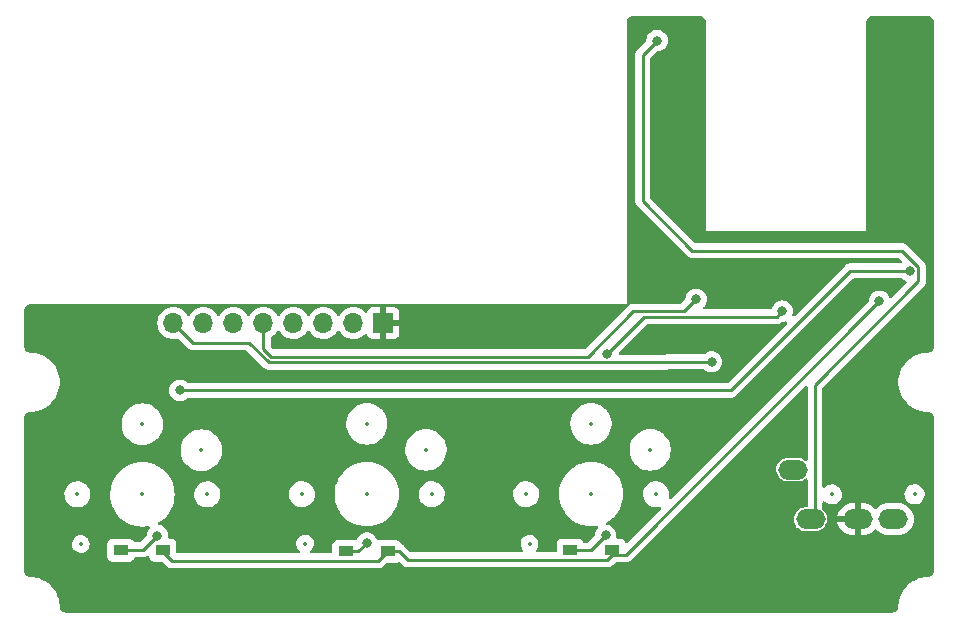
<source format=gtl>
%TF.GenerationSoftware,KiCad,Pcbnew,7.0.7*%
%TF.CreationDate,2024-08-20T00:07:22+09:00*%
%TF.ProjectId,trackmacro,74726163-6b6d-4616-9372-6f2e6b696361,rev?*%
%TF.SameCoordinates,Original*%
%TF.FileFunction,Copper,L1,Top*%
%TF.FilePolarity,Positive*%
%FSLAX46Y46*%
G04 Gerber Fmt 4.6, Leading zero omitted, Abs format (unit mm)*
G04 Created by KiCad (PCBNEW 7.0.7) date 2024-08-20 00:07:22*
%MOMM*%
%LPD*%
G01*
G04 APERTURE LIST*
%TA.AperFunction,ComponentPad*%
%ADD10O,2.500000X1.700000*%
%TD*%
%TA.AperFunction,SMDPad,CuDef*%
%ADD11R,1.300000X0.950000*%
%TD*%
%TA.AperFunction,ComponentPad*%
%ADD12R,1.700000X1.700000*%
%TD*%
%TA.AperFunction,ComponentPad*%
%ADD13O,1.700000X1.700000*%
%TD*%
%TA.AperFunction,ViaPad*%
%ADD14C,0.800000*%
%TD*%
%TA.AperFunction,Conductor*%
%ADD15C,0.250000*%
%TD*%
%ADD16C,0.350000*%
%ADD17O,1.500000X1.000000*%
G04 APERTURE END LIST*
D10*
%TO.P,J1,A*%
%TO.N,unconnected-(J1-PadA)*%
X85075000Y-77500000D03*
%TO.P,J1,B*%
%TO.N,data*%
X93575000Y-81700000D03*
%TO.P,J1,C*%
%TO.N,GND*%
X90575000Y-81700000D03*
%TO.P,J1,D*%
%TO.N,VCC*%
X86575000Y-81700000D03*
%TD*%
D11*
%TO.P,D3,1,K*%
%TO.N,row0*%
X69775000Y-84325000D03*
%TO.P,D3,2,A*%
%TO.N,Net-(D3-A)*%
X66225000Y-84325000D03*
%TD*%
%TO.P,D1,1,K*%
%TO.N,row0*%
X31725000Y-84325000D03*
%TO.P,D1,2,A*%
%TO.N,Net-(D1-A)*%
X28175000Y-84325000D03*
%TD*%
%TO.P,D2,1,K*%
%TO.N,row0*%
X50775000Y-84425000D03*
%TO.P,D2,2,A*%
%TO.N,Net-(D2-A)*%
X47225000Y-84425000D03*
%TD*%
D12*
%TO.P,J2,1,Pin_1*%
%TO.N,GND*%
X50400000Y-65100000D03*
D13*
%TO.P,J2,2,Pin_2*%
%TO.N,3V3*%
X47860000Y-65100000D03*
%TO.P,J2,3,Pin_3*%
%TO.N,unconnected-(J2-Pin_3-Pad3)*%
X45320000Y-65100000D03*
%TO.P,J2,4,Pin_4*%
%TO.N,MOTION*%
X42780000Y-65100000D03*
%TO.P,J2,5,Pin_5*%
%TO.N,SCLK*%
X40240000Y-65100000D03*
%TO.P,J2,6,Pin_6*%
%TO.N,MOSI*%
X37700000Y-65100000D03*
%TO.P,J2,7,Pin_7*%
%TO.N,MISO*%
X35160000Y-65100000D03*
%TO.P,J2,8,Pin_8*%
%TO.N,CS*%
X32620000Y-65100000D03*
%TD*%
D14*
%TO.N,row0*%
X92402300Y-63239300D03*
%TO.N,Net-(D1-A)*%
X31277500Y-83087500D03*
%TO.N,Net-(D2-A)*%
X49000000Y-83700900D03*
%TO.N,Net-(D3-A)*%
X69223600Y-83074400D03*
%TO.N,GND*%
X72900000Y-69700000D03*
X73950000Y-43275000D03*
X41419349Y-66804229D03*
%TO.N,VCC*%
X73575000Y-41175000D03*
%TO.N,MOTION*%
X84175000Y-64075000D03*
X69375000Y-67675500D03*
%TO.N,SCLK*%
X76875000Y-63075000D03*
%TO.N,CS*%
X78200000Y-68375000D03*
%TO.N,col0*%
X33175000Y-70790400D03*
X94960000Y-60656800D03*
%TD*%
D15*
%TO.N,row0*%
X69775000Y-84725900D02*
X70915700Y-84725900D01*
X69374000Y-85126900D02*
X69775000Y-84725900D01*
X32501900Y-85226900D02*
X49973100Y-85226900D01*
X52453800Y-85126900D02*
X69374000Y-85126900D01*
X70915700Y-84725900D02*
X92402300Y-63239300D01*
X69775000Y-84325000D02*
X69775000Y-84725900D01*
X31725000Y-84450000D02*
X32501900Y-85226900D01*
X51751900Y-84425000D02*
X52453800Y-85126900D01*
X50775000Y-84425000D02*
X51751900Y-84425000D01*
X49973100Y-85226900D02*
X50775000Y-84425000D01*
X31725000Y-84325000D02*
X31725000Y-84450000D01*
%TO.N,Net-(D1-A)*%
X28225000Y-84275000D02*
X30090000Y-84275000D01*
X30090000Y-84275000D02*
X31277500Y-83087500D01*
X28175000Y-84325000D02*
X28225000Y-84275000D01*
%TO.N,Net-(D2-A)*%
X47225000Y-84425000D02*
X48275900Y-84425000D01*
X48275900Y-84425000D02*
X49000000Y-83700900D01*
%TO.N,Net-(D3-A)*%
X67973000Y-84325000D02*
X69223600Y-83074400D01*
X66225000Y-84325000D02*
X67973000Y-84325000D01*
%TO.N,VCC*%
X95708600Y-61549800D02*
X86950000Y-70308400D01*
X72350000Y-54725000D02*
X76575000Y-58950000D01*
X72350000Y-42400000D02*
X72350000Y-54725000D01*
X95708600Y-60342400D02*
X95708600Y-61549800D01*
X86950000Y-81325000D02*
X86575000Y-81700000D01*
X86950000Y-70308400D02*
X86950000Y-81325000D01*
X76575000Y-58950000D02*
X94316200Y-58950000D01*
X94316200Y-58950000D02*
X95708600Y-60342400D01*
X73575000Y-41175000D02*
X72350000Y-42400000D01*
%TO.N,MOTION*%
X84175000Y-64075000D02*
X83709400Y-64540600D01*
X83709400Y-64540600D02*
X72509900Y-64540600D01*
X72509900Y-64540600D02*
X69375000Y-67675500D01*
%TO.N,SCLK*%
X40875000Y-67950000D02*
X40240000Y-67315000D01*
X76875000Y-63075000D02*
X75859400Y-64090600D01*
X75859400Y-64090600D02*
X71565997Y-64090600D01*
X40240000Y-67315000D02*
X40240000Y-65100000D01*
X67706597Y-67950000D02*
X40875000Y-67950000D01*
X71565997Y-64090600D02*
X67706597Y-67950000D01*
%TO.N,CS*%
X40688604Y-68400000D02*
X39063604Y-66775000D01*
X74428302Y-68375000D02*
X74403302Y-68400000D01*
X34295000Y-66775000D02*
X32620000Y-65100000D01*
X39063604Y-66775000D02*
X34295000Y-66775000D01*
X74403302Y-68400000D02*
X40688604Y-68400000D01*
X78200000Y-68375000D02*
X74428302Y-68375000D01*
%TO.N,col0*%
X89943200Y-60656800D02*
X94960000Y-60656800D01*
X79809600Y-70790400D02*
X89943200Y-60656800D01*
X33175000Y-70790400D02*
X79809600Y-70790400D01*
%TD*%
%TA.AperFunction,Conductor*%
%TO.N,GND*%
G36*
X77203455Y-39100889D02*
G01*
X77216485Y-39102357D01*
X77226354Y-39103470D01*
X77268982Y-39109081D01*
X77305831Y-39113932D01*
X77330599Y-39119830D01*
X77364736Y-39131775D01*
X77367976Y-39133011D01*
X77422195Y-39155469D01*
X77440695Y-39165027D01*
X77475520Y-39186909D01*
X77480267Y-39190212D01*
X77528200Y-39226993D01*
X77534295Y-39232337D01*
X77567660Y-39265702D01*
X77573005Y-39271798D01*
X77609786Y-39319731D01*
X77613097Y-39324490D01*
X77634967Y-39359296D01*
X77644536Y-39377818D01*
X77666983Y-39432014D01*
X77668223Y-39435263D01*
X77680169Y-39469401D01*
X77686066Y-39494169D01*
X77696530Y-39573647D01*
X77699110Y-39596538D01*
X77699500Y-39603486D01*
X77699500Y-57275467D01*
X77699416Y-57275889D01*
X77699459Y-57300001D01*
X77699500Y-57300099D01*
X77699616Y-57300382D01*
X77699618Y-57300384D01*
X77699808Y-57300462D01*
X77700000Y-57300541D01*
X77700002Y-57300539D01*
X77724616Y-57300524D01*
X77724616Y-57300528D01*
X77724760Y-57300500D01*
X91275240Y-57300500D01*
X91275383Y-57300528D01*
X91275384Y-57300524D01*
X91299997Y-57300539D01*
X91300000Y-57300541D01*
X91300383Y-57300383D01*
X91300500Y-57300099D01*
X91300541Y-57300000D01*
X91300540Y-57299997D01*
X91300583Y-57275889D01*
X91300500Y-57275467D01*
X91300500Y-39603480D01*
X91300890Y-39596538D01*
X91302687Y-39580586D01*
X91303470Y-39573645D01*
X91306944Y-39547248D01*
X91313933Y-39494163D01*
X91319830Y-39469399D01*
X91331775Y-39435262D01*
X91333001Y-39432047D01*
X91355474Y-39377794D01*
X91365021Y-39359313D01*
X91386922Y-39324459D01*
X91390197Y-39319752D01*
X91427003Y-39271786D01*
X91432323Y-39265718D01*
X91465718Y-39232323D01*
X91471786Y-39227003D01*
X91519752Y-39190197D01*
X91524459Y-39186922D01*
X91559313Y-39165021D01*
X91577794Y-39155474D01*
X91632047Y-39133001D01*
X91635253Y-39131778D01*
X91669402Y-39119829D01*
X91694163Y-39113933D01*
X91741020Y-39107764D01*
X91773646Y-39103470D01*
X91782632Y-39102456D01*
X91796545Y-39100889D01*
X91803481Y-39100500D01*
X96496518Y-39100500D01*
X96503455Y-39100889D01*
X96516485Y-39102357D01*
X96526354Y-39103470D01*
X96568982Y-39109081D01*
X96605831Y-39113932D01*
X96630599Y-39119830D01*
X96664736Y-39131775D01*
X96667976Y-39133011D01*
X96722195Y-39155469D01*
X96740695Y-39165027D01*
X96775520Y-39186909D01*
X96780267Y-39190212D01*
X96828200Y-39226993D01*
X96834295Y-39232337D01*
X96867660Y-39265702D01*
X96873005Y-39271798D01*
X96909786Y-39319731D01*
X96913097Y-39324490D01*
X96934967Y-39359296D01*
X96944536Y-39377818D01*
X96966983Y-39432014D01*
X96968223Y-39435263D01*
X96980169Y-39469401D01*
X96986066Y-39494169D01*
X96996530Y-39573647D01*
X96999110Y-39596538D01*
X96999500Y-39603486D01*
X96999500Y-67096514D01*
X96999110Y-67103462D01*
X96996530Y-67126351D01*
X96986066Y-67205829D01*
X96980169Y-67230597D01*
X96968223Y-67264735D01*
X96966983Y-67267984D01*
X96944536Y-67322180D01*
X96934967Y-67340702D01*
X96913097Y-67375508D01*
X96909786Y-67380267D01*
X96873005Y-67428200D01*
X96867653Y-67434304D01*
X96834304Y-67467653D01*
X96828200Y-67473005D01*
X96780267Y-67509786D01*
X96775508Y-67513097D01*
X96740702Y-67534967D01*
X96722180Y-67544536D01*
X96667984Y-67566983D01*
X96664735Y-67568223D01*
X96630597Y-67580169D01*
X96605829Y-67586066D01*
X96526351Y-67596530D01*
X96505688Y-67598859D01*
X96503460Y-67599110D01*
X96496514Y-67599500D01*
X96348746Y-67599500D01*
X96269147Y-67609165D01*
X96179348Y-67620068D01*
X96175776Y-67620397D01*
X96094755Y-67625494D01*
X96073437Y-67632928D01*
X96048449Y-67635963D01*
X95988928Y-67650633D01*
X95868487Y-67680319D01*
X95865267Y-67681023D01*
X95790371Y-67695310D01*
X95773051Y-67703841D01*
X95754737Y-67708355D01*
X95754728Y-67708358D01*
X95566078Y-67779904D01*
X95563252Y-67780899D01*
X95496986Y-67802430D01*
X95483637Y-67811170D01*
X95471884Y-67815627D01*
X95275532Y-67918682D01*
X95219149Y-67945214D01*
X95209601Y-67953285D01*
X95204036Y-67956206D01*
X95204018Y-67956216D01*
X95003671Y-68094506D01*
X94961147Y-68121492D01*
X94957658Y-68125261D01*
X94958030Y-68125735D01*
X94955072Y-68128052D01*
X94753322Y-68306787D01*
X94731501Y-68324838D01*
X94730938Y-68325671D01*
X94731132Y-68325843D01*
X94729824Y-68327318D01*
X94729508Y-68327787D01*
X94728644Y-68328650D01*
X94528140Y-68554973D01*
X94528063Y-68555054D01*
X94356212Y-68804026D01*
X94354733Y-68806472D01*
X94354399Y-68807480D01*
X94215624Y-69071892D01*
X94212019Y-69081395D01*
X94212018Y-69081402D01*
X94108358Y-69354728D01*
X94104419Y-69370704D01*
X94104419Y-69370711D01*
X94035963Y-69648450D01*
X94033225Y-69670997D01*
X93999500Y-69948745D01*
X93999500Y-70251254D01*
X94033225Y-70529001D01*
X94033224Y-70529003D01*
X94035962Y-70551544D01*
X94035963Y-70551551D01*
X94052551Y-70618851D01*
X94104081Y-70827918D01*
X94104083Y-70827925D01*
X94108356Y-70845266D01*
X94108358Y-70845270D01*
X94211990Y-71118524D01*
X94211991Y-71118527D01*
X94215624Y-71128107D01*
X94215626Y-71128111D01*
X94215627Y-71128113D01*
X94348886Y-71382017D01*
X94354398Y-71392518D01*
X94354534Y-71393196D01*
X94356212Y-71395973D01*
X94528057Y-71644936D01*
X94528121Y-71645004D01*
X94728646Y-71871351D01*
X94729493Y-71872198D01*
X94729648Y-71872481D01*
X94731132Y-71874157D01*
X94730748Y-71874496D01*
X94730787Y-71874568D01*
X94753298Y-71893190D01*
X94814694Y-71947582D01*
X94955072Y-72071947D01*
X94958030Y-72074265D01*
X94957493Y-72074949D01*
X94959561Y-72077499D01*
X95003658Y-72105483D01*
X95204033Y-72243792D01*
X95209587Y-72246707D01*
X95216788Y-72253674D01*
X95275513Y-72281307D01*
X95471887Y-72384373D01*
X95483627Y-72388825D01*
X95493810Y-72396535D01*
X95563222Y-72419089D01*
X95566047Y-72420083D01*
X95754734Y-72491643D01*
X95773037Y-72496154D01*
X95786390Y-72503929D01*
X95865255Y-72518973D01*
X95868447Y-72519670D01*
X96048449Y-72564037D01*
X96073403Y-72567067D01*
X96089986Y-72574203D01*
X96175748Y-72579599D01*
X96179300Y-72579925D01*
X96311912Y-72596027D01*
X96348746Y-72600500D01*
X96348748Y-72600500D01*
X96496518Y-72600500D01*
X96503455Y-72600889D01*
X96516485Y-72602357D01*
X96526354Y-72603470D01*
X96568982Y-72609081D01*
X96605831Y-72613932D01*
X96630599Y-72619830D01*
X96664736Y-72631775D01*
X96667967Y-72633008D01*
X96722195Y-72655469D01*
X96740695Y-72665027D01*
X96775520Y-72686909D01*
X96780267Y-72690212D01*
X96828200Y-72726993D01*
X96834295Y-72732337D01*
X96867660Y-72765702D01*
X96873005Y-72771798D01*
X96909786Y-72819731D01*
X96913097Y-72824490D01*
X96934967Y-72859296D01*
X96944536Y-72877818D01*
X96966983Y-72932014D01*
X96968223Y-72935263D01*
X96980169Y-72969401D01*
X96986066Y-72994169D01*
X96996530Y-73073647D01*
X96999110Y-73096538D01*
X96999500Y-73103486D01*
X96999500Y-86096514D01*
X96999110Y-86103462D01*
X96996530Y-86126351D01*
X96986066Y-86205829D01*
X96980169Y-86230597D01*
X96968223Y-86264735D01*
X96966983Y-86267984D01*
X96944536Y-86322180D01*
X96934967Y-86340702D01*
X96913097Y-86375508D01*
X96909786Y-86380267D01*
X96873005Y-86428200D01*
X96867653Y-86434304D01*
X96834304Y-86467653D01*
X96828200Y-86473005D01*
X96780267Y-86509786D01*
X96775508Y-86513097D01*
X96740702Y-86534967D01*
X96722180Y-86544536D01*
X96667984Y-86566983D01*
X96664735Y-86568223D01*
X96630597Y-86580169D01*
X96605829Y-86586066D01*
X96526351Y-86596530D01*
X96505688Y-86598859D01*
X96503460Y-86599110D01*
X96496514Y-86599500D01*
X96348744Y-86599500D01*
X96164113Y-86621918D01*
X96160695Y-86622237D01*
X96085327Y-86627177D01*
X96066444Y-86633777D01*
X96048455Y-86635962D01*
X96048452Y-86635962D01*
X96048449Y-86635963D01*
X95929480Y-86665286D01*
X95832549Y-86689177D01*
X95829807Y-86689787D01*
X95770821Y-86701520D01*
X95759272Y-86707238D01*
X95754734Y-86708356D01*
X95754728Y-86708358D01*
X95499240Y-86805252D01*
X95474993Y-86813482D01*
X95475205Y-86813885D01*
X95204035Y-86956206D01*
X95200817Y-86958152D01*
X95200775Y-86958083D01*
X95199643Y-86958748D01*
X95197854Y-86960472D01*
X94955078Y-87128047D01*
X94955073Y-87128051D01*
X94940099Y-87141317D01*
X94939395Y-87141859D01*
X94939166Y-87142143D01*
X94755886Y-87304514D01*
X94755881Y-87304520D01*
X94728647Y-87328647D01*
X94704520Y-87355881D01*
X94704514Y-87355886D01*
X94542143Y-87539166D01*
X94541937Y-87539295D01*
X94541317Y-87540099D01*
X94528051Y-87555073D01*
X94528047Y-87555078D01*
X94360472Y-87797854D01*
X94359187Y-87798894D01*
X94358083Y-87800775D01*
X94358152Y-87800817D01*
X94356206Y-87804035D01*
X94213885Y-88075205D01*
X94213482Y-88074993D01*
X94205252Y-88099240D01*
X94108358Y-88354728D01*
X94108356Y-88354734D01*
X94107238Y-88359272D01*
X94102043Y-88368192D01*
X94089787Y-88429807D01*
X94089177Y-88432549D01*
X94035962Y-88648455D01*
X94033777Y-88666444D01*
X94027451Y-88681138D01*
X94022237Y-88760695D01*
X94021918Y-88764113D01*
X93999500Y-88948744D01*
X93999500Y-89096514D01*
X93999110Y-89103462D01*
X93996530Y-89126351D01*
X93986066Y-89205829D01*
X93980169Y-89230597D01*
X93968223Y-89264735D01*
X93966983Y-89267984D01*
X93944536Y-89322180D01*
X93934967Y-89340702D01*
X93913097Y-89375508D01*
X93909786Y-89380267D01*
X93873005Y-89428200D01*
X93867653Y-89434304D01*
X93834304Y-89467653D01*
X93828200Y-89473005D01*
X93780267Y-89509786D01*
X93775508Y-89513097D01*
X93740702Y-89534967D01*
X93722180Y-89544536D01*
X93667984Y-89566983D01*
X93664735Y-89568223D01*
X93630597Y-89580169D01*
X93605829Y-89586066D01*
X93526351Y-89596530D01*
X93505688Y-89598859D01*
X93503460Y-89599110D01*
X93496514Y-89599500D01*
X23503487Y-89599500D01*
X23496539Y-89599110D01*
X23473650Y-89596530D01*
X23394166Y-89586066D01*
X23369396Y-89580168D01*
X23335281Y-89568231D01*
X23332031Y-89566990D01*
X23277813Y-89544532D01*
X23259295Y-89534966D01*
X23224500Y-89513103D01*
X23219740Y-89509792D01*
X23171794Y-89473002D01*
X23165695Y-89467653D01*
X23132341Y-89434299D01*
X23126996Y-89428204D01*
X23090206Y-89380258D01*
X23086900Y-89375505D01*
X23065030Y-89340699D01*
X23055468Y-89322190D01*
X23033002Y-89267953D01*
X23031774Y-89264735D01*
X23019828Y-89230595D01*
X23013934Y-89205846D01*
X23007150Y-89154315D01*
X23003470Y-89126350D01*
X23000890Y-89103465D01*
X23000500Y-89096516D01*
X23000500Y-88948745D01*
X22978078Y-88764088D01*
X22977759Y-88760669D01*
X22972819Y-88685315D01*
X22966220Y-88666431D01*
X22964037Y-88648449D01*
X22910810Y-88432500D01*
X22910208Y-88429795D01*
X22898475Y-88370809D01*
X22892757Y-88359254D01*
X22891643Y-88354734D01*
X22794730Y-88099196D01*
X22786514Y-88074995D01*
X22786115Y-88075205D01*
X22643793Y-87804035D01*
X22641848Y-87800817D01*
X22641917Y-87800774D01*
X22641257Y-87799650D01*
X22639525Y-87797851D01*
X22471952Y-87555078D01*
X22471948Y-87555074D01*
X22458680Y-87540097D01*
X22458138Y-87539394D01*
X22457855Y-87539165D01*
X22295507Y-87355912D01*
X22295496Y-87355901D01*
X22271352Y-87328648D01*
X22271350Y-87328646D01*
X22244112Y-87304514D01*
X22244111Y-87304513D01*
X22060833Y-87142143D01*
X22060703Y-87141936D01*
X22059900Y-87141317D01*
X22044921Y-87128047D01*
X21802146Y-86960472D01*
X21801105Y-86959187D01*
X21799224Y-86958082D01*
X21799183Y-86958152D01*
X21795964Y-86956206D01*
X21524795Y-86813885D01*
X21525005Y-86813484D01*
X21500791Y-86805265D01*
X21245270Y-86708358D01*
X21240730Y-86707239D01*
X21231807Y-86702043D01*
X21170193Y-86689787D01*
X21167451Y-86689177D01*
X21072068Y-86665667D01*
X20951551Y-86635963D01*
X20933559Y-86633778D01*
X20918859Y-86627451D01*
X20839303Y-86622237D01*
X20835885Y-86621918D01*
X20651256Y-86599500D01*
X20651252Y-86599500D01*
X20503487Y-86599500D01*
X20496539Y-86599110D01*
X20473650Y-86596530D01*
X20394166Y-86586066D01*
X20369396Y-86580168D01*
X20335281Y-86568231D01*
X20332031Y-86566990D01*
X20277813Y-86544532D01*
X20259295Y-86534966D01*
X20224500Y-86513103D01*
X20219740Y-86509792D01*
X20171794Y-86473002D01*
X20165695Y-86467653D01*
X20132341Y-86434299D01*
X20126996Y-86428204D01*
X20090206Y-86380258D01*
X20086900Y-86375505D01*
X20065030Y-86340699D01*
X20055468Y-86322190D01*
X20033002Y-86267953D01*
X20031774Y-86264735D01*
X20019828Y-86230595D01*
X20013934Y-86205846D01*
X20007150Y-86154315D01*
X20003470Y-86126350D01*
X20000890Y-86103465D01*
X20000500Y-86096516D01*
X20000500Y-84847870D01*
X27024500Y-84847870D01*
X27024501Y-84847876D01*
X27030908Y-84907483D01*
X27081202Y-85042328D01*
X27081206Y-85042335D01*
X27167452Y-85157544D01*
X27167455Y-85157547D01*
X27282664Y-85243793D01*
X27282671Y-85243797D01*
X27417517Y-85294091D01*
X27417516Y-85294091D01*
X27424444Y-85294835D01*
X27477127Y-85300500D01*
X28872872Y-85300499D01*
X28932483Y-85294091D01*
X29067331Y-85243796D01*
X29182546Y-85157546D01*
X29268796Y-85042331D01*
X29291608Y-84981167D01*
X29333480Y-84925233D01*
X29398944Y-84900816D01*
X29407791Y-84900500D01*
X30007257Y-84900500D01*
X30022877Y-84902224D01*
X30022904Y-84901939D01*
X30030660Y-84902671D01*
X30030667Y-84902673D01*
X30099814Y-84900500D01*
X30129350Y-84900500D01*
X30136228Y-84899630D01*
X30142041Y-84899172D01*
X30188627Y-84897709D01*
X30207869Y-84892117D01*
X30226912Y-84888174D01*
X30246792Y-84885664D01*
X30290122Y-84868507D01*
X30295646Y-84866617D01*
X30299396Y-84865527D01*
X30340390Y-84853618D01*
X30357629Y-84843422D01*
X30375103Y-84834862D01*
X30393727Y-84827488D01*
X30393727Y-84827487D01*
X30393732Y-84827486D01*
X30393736Y-84827482D01*
X30399737Y-84824184D01*
X30467966Y-84809130D01*
X30533502Y-84833354D01*
X30575538Y-84889164D01*
X30580160Y-84904317D01*
X30580907Y-84907479D01*
X30631202Y-85042328D01*
X30631206Y-85042335D01*
X30717452Y-85157544D01*
X30717455Y-85157547D01*
X30832664Y-85243793D01*
X30832671Y-85243797D01*
X30877618Y-85260560D01*
X30967517Y-85294091D01*
X31027127Y-85300500D01*
X31639547Y-85300499D01*
X31706586Y-85320183D01*
X31727228Y-85336818D01*
X32001094Y-85610684D01*
X32010919Y-85622948D01*
X32011140Y-85622766D01*
X32016110Y-85628773D01*
X32016113Y-85628776D01*
X32016114Y-85628777D01*
X32066551Y-85676141D01*
X32087430Y-85697020D01*
X32092904Y-85701266D01*
X32097342Y-85705056D01*
X32131318Y-85736962D01*
X32139203Y-85741297D01*
X32148873Y-85746613D01*
X32165131Y-85757292D01*
X32180964Y-85769574D01*
X32202915Y-85779072D01*
X32223737Y-85788083D01*
X32228981Y-85790652D01*
X32269808Y-85813097D01*
X32289212Y-85818079D01*
X32307610Y-85824378D01*
X32326005Y-85832338D01*
X32372029Y-85839626D01*
X32377732Y-85840807D01*
X32422881Y-85852400D01*
X32442916Y-85852400D01*
X32462313Y-85853926D01*
X32482096Y-85857060D01*
X32528483Y-85852675D01*
X32534322Y-85852400D01*
X49890357Y-85852400D01*
X49905977Y-85854124D01*
X49906004Y-85853839D01*
X49913760Y-85854571D01*
X49913767Y-85854573D01*
X49982914Y-85852400D01*
X50012450Y-85852400D01*
X50019328Y-85851530D01*
X50025141Y-85851072D01*
X50071727Y-85849609D01*
X50090969Y-85844017D01*
X50110012Y-85840074D01*
X50129892Y-85837564D01*
X50173222Y-85820407D01*
X50178746Y-85818517D01*
X50182496Y-85817427D01*
X50223490Y-85805518D01*
X50240729Y-85795322D01*
X50258203Y-85786762D01*
X50276827Y-85779388D01*
X50276827Y-85779387D01*
X50276832Y-85779386D01*
X50314549Y-85751982D01*
X50319405Y-85748792D01*
X50359520Y-85725070D01*
X50373689Y-85710899D01*
X50388479Y-85698268D01*
X50404687Y-85686494D01*
X50434399Y-85650576D01*
X50438312Y-85646276D01*
X50647771Y-85436817D01*
X50709094Y-85403333D01*
X50735452Y-85400499D01*
X51472871Y-85400499D01*
X51472872Y-85400499D01*
X51532483Y-85394091D01*
X51549570Y-85387718D01*
X51675641Y-85340697D01*
X51676613Y-85343305D01*
X51730942Y-85331480D01*
X51796410Y-85355888D01*
X51809793Y-85367484D01*
X51952997Y-85510688D01*
X51962822Y-85522951D01*
X51963043Y-85522769D01*
X51968014Y-85528778D01*
X51988843Y-85548337D01*
X52018435Y-85576126D01*
X52039329Y-85597020D01*
X52044811Y-85601273D01*
X52049243Y-85605057D01*
X52083218Y-85636962D01*
X52100776Y-85646614D01*
X52117035Y-85657295D01*
X52132864Y-85669573D01*
X52175638Y-85688082D01*
X52180856Y-85690638D01*
X52221708Y-85713097D01*
X52241116Y-85718080D01*
X52259517Y-85724380D01*
X52277904Y-85732337D01*
X52321288Y-85739208D01*
X52323919Y-85739625D01*
X52329639Y-85740809D01*
X52374781Y-85752400D01*
X52394816Y-85752400D01*
X52414215Y-85753927D01*
X52433996Y-85757060D01*
X52474234Y-85753256D01*
X52480382Y-85752675D01*
X52486220Y-85752400D01*
X69291257Y-85752400D01*
X69306877Y-85754124D01*
X69306904Y-85753839D01*
X69314660Y-85754571D01*
X69314667Y-85754573D01*
X69383814Y-85752400D01*
X69413350Y-85752400D01*
X69420228Y-85751530D01*
X69426041Y-85751072D01*
X69472627Y-85749609D01*
X69491869Y-85744017D01*
X69510912Y-85740074D01*
X69530792Y-85737564D01*
X69574122Y-85720407D01*
X69579646Y-85718517D01*
X69583396Y-85717427D01*
X69624390Y-85705518D01*
X69641629Y-85695322D01*
X69659103Y-85686762D01*
X69677727Y-85679388D01*
X69677727Y-85679387D01*
X69677732Y-85679386D01*
X69715449Y-85651982D01*
X69720305Y-85648792D01*
X69760420Y-85625070D01*
X69774589Y-85610899D01*
X69789379Y-85598268D01*
X69805587Y-85586494D01*
X69835299Y-85550576D01*
X69839202Y-85546286D01*
X69997772Y-85387717D01*
X70059095Y-85354234D01*
X70085452Y-85351400D01*
X70832957Y-85351400D01*
X70848577Y-85353124D01*
X70848604Y-85352839D01*
X70856360Y-85353571D01*
X70856367Y-85353573D01*
X70925514Y-85351400D01*
X70955050Y-85351400D01*
X70961928Y-85350530D01*
X70967741Y-85350072D01*
X71014327Y-85348609D01*
X71033569Y-85343017D01*
X71052612Y-85339074D01*
X71072492Y-85336564D01*
X71115822Y-85319407D01*
X71121346Y-85317517D01*
X71125096Y-85316427D01*
X71166090Y-85304518D01*
X71183329Y-85294322D01*
X71200803Y-85285762D01*
X71219427Y-85278388D01*
X71219427Y-85278387D01*
X71219432Y-85278386D01*
X71257149Y-85250982D01*
X71262005Y-85247792D01*
X71302120Y-85224070D01*
X71316289Y-85209899D01*
X71331079Y-85197268D01*
X71347287Y-85185494D01*
X71376999Y-85149576D01*
X71380912Y-85145276D01*
X86112819Y-70413370D01*
X86174142Y-70379885D01*
X86243834Y-70384869D01*
X86299767Y-70426741D01*
X86324184Y-70492205D01*
X86324500Y-70501051D01*
X86324500Y-76634897D01*
X86304815Y-76701936D01*
X86252011Y-76747691D01*
X86182853Y-76757635D01*
X86129665Y-76736672D01*
X86040471Y-76674592D01*
X85963050Y-76620705D01*
X85776056Y-76540459D01*
X85576741Y-76499500D01*
X84624258Y-76499500D01*
X84624257Y-76499500D01*
X84472560Y-76514925D01*
X84278420Y-76575837D01*
X84278405Y-76575844D01*
X84100500Y-76674589D01*
X84100495Y-76674592D01*
X83946106Y-76807132D01*
X83946104Y-76807134D01*
X83821554Y-76968037D01*
X83821553Y-76968040D01*
X83731940Y-77150728D01*
X83680937Y-77347714D01*
X83670631Y-77550936D01*
X83701442Y-77752063D01*
X83701445Y-77752075D01*
X83772111Y-77942881D01*
X83772115Y-77942888D01*
X83879745Y-78115567D01*
X83879747Y-78115569D01*
X83879748Y-78115571D01*
X84019941Y-78263053D01*
X84117687Y-78331086D01*
X84186949Y-78379294D01*
X84186950Y-78379294D01*
X84186951Y-78379295D01*
X84373942Y-78459540D01*
X84573259Y-78500500D01*
X85525743Y-78500500D01*
X85677439Y-78485074D01*
X85871579Y-78424162D01*
X85871580Y-78424161D01*
X85871588Y-78424159D01*
X86049502Y-78325409D01*
X86119730Y-78265119D01*
X86183418Y-78236388D01*
X86252530Y-78246650D01*
X86305123Y-78292647D01*
X86324500Y-78359206D01*
X86324500Y-80575500D01*
X86304815Y-80642539D01*
X86252011Y-80688294D01*
X86200500Y-80699500D01*
X86124257Y-80699500D01*
X85972560Y-80714925D01*
X85778420Y-80775837D01*
X85778405Y-80775844D01*
X85600500Y-80874589D01*
X85600495Y-80874592D01*
X85446106Y-81007132D01*
X85446104Y-81007134D01*
X85321554Y-81168037D01*
X85321553Y-81168040D01*
X85231940Y-81350728D01*
X85180937Y-81547714D01*
X85170631Y-81750936D01*
X85201442Y-81952063D01*
X85201445Y-81952075D01*
X85272111Y-82142881D01*
X85272113Y-82142884D01*
X85272114Y-82142887D01*
X85297376Y-82183416D01*
X85379745Y-82315567D01*
X85379749Y-82315572D01*
X85461441Y-82401512D01*
X85519941Y-82463053D01*
X85648344Y-82552424D01*
X85686949Y-82579294D01*
X85686950Y-82579294D01*
X85686951Y-82579295D01*
X85873942Y-82659540D01*
X86073259Y-82700500D01*
X87025743Y-82700500D01*
X87177439Y-82685074D01*
X87371579Y-82624162D01*
X87371580Y-82624161D01*
X87371588Y-82624159D01*
X87549502Y-82525409D01*
X87703895Y-82392866D01*
X87828448Y-82231958D01*
X87918060Y-82049271D01*
X87943763Y-81950000D01*
X88844364Y-81950000D01*
X88901567Y-82163486D01*
X88901570Y-82163492D01*
X89001399Y-82377577D01*
X89001400Y-82377579D01*
X89136886Y-82571073D01*
X89136891Y-82571079D01*
X89303920Y-82738108D01*
X89303926Y-82738113D01*
X89497420Y-82873599D01*
X89497422Y-82873600D01*
X89711507Y-82973429D01*
X89711516Y-82973433D01*
X89939673Y-83034567D01*
X89939683Y-83034569D01*
X90116055Y-83050000D01*
X90325000Y-83050000D01*
X90325000Y-82324000D01*
X90344685Y-82256961D01*
X90397489Y-82211206D01*
X90449000Y-82200000D01*
X90701000Y-82200000D01*
X90768039Y-82219685D01*
X90813794Y-82272489D01*
X90825000Y-82324000D01*
X90825000Y-83050000D01*
X91033945Y-83050000D01*
X91210316Y-83034569D01*
X91210326Y-83034567D01*
X91438483Y-82973433D01*
X91438492Y-82973429D01*
X91652577Y-82873600D01*
X91652579Y-82873599D01*
X91846073Y-82738113D01*
X91846079Y-82738108D01*
X91986965Y-82597223D01*
X92048288Y-82563738D01*
X92117980Y-82568722D01*
X92162325Y-82597221D01*
X92250178Y-82685074D01*
X92303600Y-82738496D01*
X92497169Y-82874034D01*
X92497171Y-82874035D01*
X92711337Y-82973903D01*
X92939592Y-83035063D01*
X93116034Y-83050500D01*
X94033966Y-83050500D01*
X94210408Y-83035063D01*
X94438663Y-82973903D01*
X94652829Y-82874035D01*
X94846401Y-82738495D01*
X95013495Y-82571401D01*
X95149035Y-82377830D01*
X95248903Y-82163663D01*
X95310063Y-81935408D01*
X95330659Y-81700000D01*
X95310063Y-81464592D01*
X95248903Y-81236337D01*
X95149035Y-81022171D01*
X95149034Y-81022169D01*
X95013494Y-80828597D01*
X94846402Y-80661505D01*
X94652830Y-80525965D01*
X94652828Y-80525964D01*
X94532163Y-80469697D01*
X94438663Y-80426097D01*
X94438659Y-80426096D01*
X94438655Y-80426094D01*
X94210413Y-80364938D01*
X94210403Y-80364936D01*
X94033966Y-80349500D01*
X93116034Y-80349500D01*
X92939596Y-80364936D01*
X92939586Y-80364938D01*
X92711344Y-80426094D01*
X92711335Y-80426098D01*
X92497171Y-80525964D01*
X92497169Y-80525965D01*
X92303600Y-80661503D01*
X92162326Y-80802777D01*
X92101003Y-80836261D01*
X92031311Y-80831277D01*
X91986964Y-80802776D01*
X91846079Y-80661891D01*
X91846073Y-80661886D01*
X91652579Y-80526400D01*
X91652577Y-80526399D01*
X91438492Y-80426570D01*
X91438483Y-80426566D01*
X91210326Y-80365432D01*
X91210316Y-80365430D01*
X91033945Y-80350000D01*
X90825000Y-80350000D01*
X90825000Y-81076000D01*
X90805315Y-81143039D01*
X90752511Y-81188794D01*
X90701000Y-81200000D01*
X90449000Y-81200000D01*
X90381961Y-81180315D01*
X90336206Y-81127511D01*
X90325000Y-81076000D01*
X90325000Y-80350000D01*
X90116055Y-80350000D01*
X89939683Y-80365430D01*
X89939673Y-80365432D01*
X89711516Y-80426566D01*
X89711507Y-80426570D01*
X89497422Y-80526399D01*
X89497420Y-80526400D01*
X89303926Y-80661886D01*
X89303920Y-80661891D01*
X89136894Y-80828917D01*
X89001399Y-81022421D01*
X88901570Y-81236507D01*
X88901567Y-81236513D01*
X88844364Y-81449999D01*
X88844364Y-81450000D01*
X89711653Y-81450000D01*
X89778692Y-81469685D01*
X89824447Y-81522489D01*
X89834391Y-81591647D01*
X89830631Y-81608933D01*
X89825000Y-81628111D01*
X89825000Y-81771888D01*
X89830631Y-81791067D01*
X89830630Y-81860936D01*
X89792855Y-81919714D01*
X89729299Y-81948738D01*
X89711653Y-81950000D01*
X88844364Y-81950000D01*
X87943763Y-81950000D01*
X87969063Y-81852285D01*
X87979369Y-81649064D01*
X87948556Y-81447929D01*
X87877886Y-81257113D01*
X87770252Y-81084429D01*
X87711069Y-81022169D01*
X87630062Y-80936949D01*
X87630055Y-80936943D01*
X87628658Y-80935971D01*
X87628069Y-80935239D01*
X87625290Y-80932853D01*
X87625734Y-80932334D01*
X87584882Y-80881515D01*
X87575500Y-80834200D01*
X87575500Y-80309335D01*
X87595185Y-80242296D01*
X87647989Y-80196541D01*
X87717147Y-80186597D01*
X87780703Y-80215622D01*
X87784775Y-80219312D01*
X87786661Y-80221099D01*
X87814546Y-80242296D01*
X87933936Y-80333054D01*
X88101833Y-80410732D01*
X88101834Y-80410732D01*
X88101836Y-80410733D01*
X88156648Y-80422797D01*
X88282503Y-80450500D01*
X88282506Y-80450500D01*
X88421107Y-80450500D01*
X88421113Y-80450500D01*
X88558910Y-80435514D01*
X88734221Y-80376444D01*
X88892736Y-80281070D01*
X89027041Y-80153849D01*
X89130858Y-80000730D01*
X89199331Y-79828875D01*
X89229260Y-79646317D01*
X89224238Y-79553685D01*
X94520740Y-79553685D01*
X94530755Y-79738406D01*
X94530755Y-79738411D01*
X94580244Y-79916656D01*
X94580247Y-79916662D01*
X94666898Y-80080102D01*
X94729540Y-80153850D01*
X94786663Y-80221100D01*
X94933936Y-80333054D01*
X95101833Y-80410732D01*
X95101834Y-80410732D01*
X95101836Y-80410733D01*
X95156648Y-80422797D01*
X95282503Y-80450500D01*
X95282506Y-80450500D01*
X95421107Y-80450500D01*
X95421113Y-80450500D01*
X95558910Y-80435514D01*
X95734221Y-80376444D01*
X95892736Y-80281070D01*
X96027041Y-80153849D01*
X96130858Y-80000730D01*
X96199331Y-79828875D01*
X96229260Y-79646317D01*
X96219245Y-79461593D01*
X96219244Y-79461588D01*
X96169755Y-79283343D01*
X96169752Y-79283337D01*
X96083101Y-79119897D01*
X95963337Y-78978900D01*
X95936139Y-78958225D01*
X95816064Y-78866946D01*
X95648167Y-78789268D01*
X95648163Y-78789266D01*
X95467497Y-78749500D01*
X95328887Y-78749500D01*
X95328883Y-78749500D01*
X95191088Y-78764486D01*
X95015776Y-78823557D01*
X95015774Y-78823558D01*
X94857262Y-78918931D01*
X94857261Y-78918932D01*
X94722959Y-79046149D01*
X94619138Y-79199276D01*
X94550669Y-79371122D01*
X94550669Y-79371125D01*
X94521778Y-79547355D01*
X94520740Y-79553685D01*
X89224238Y-79553685D01*
X89219245Y-79461593D01*
X89219244Y-79461588D01*
X89169755Y-79283343D01*
X89169752Y-79283337D01*
X89083101Y-79119897D01*
X88963337Y-78978900D01*
X88936139Y-78958225D01*
X88816064Y-78866946D01*
X88648167Y-78789268D01*
X88648163Y-78789266D01*
X88467497Y-78749500D01*
X88328887Y-78749500D01*
X88328883Y-78749500D01*
X88191088Y-78764486D01*
X88015776Y-78823557D01*
X88015774Y-78823558D01*
X87857262Y-78918931D01*
X87857261Y-78918932D01*
X87784775Y-78987595D01*
X87722568Y-79019408D01*
X87653036Y-79012538D01*
X87598257Y-78969167D01*
X87575622Y-78903066D01*
X87575500Y-78897572D01*
X87575500Y-70618851D01*
X87595185Y-70551812D01*
X87611814Y-70531175D01*
X96092388Y-62050601D01*
X96104642Y-62040786D01*
X96104459Y-62040564D01*
X96110466Y-62035592D01*
X96110477Y-62035586D01*
X96141375Y-62002682D01*
X96157827Y-61985164D01*
X96168271Y-61974718D01*
X96178720Y-61964271D01*
X96182979Y-61958778D01*
X96186752Y-61954361D01*
X96218662Y-61920382D01*
X96228315Y-61902820D01*
X96238989Y-61886570D01*
X96251273Y-61870736D01*
X96269780Y-61827967D01*
X96272349Y-61822724D01*
X96294796Y-61781893D01*
X96294797Y-61781892D01*
X96299777Y-61762491D01*
X96306078Y-61744088D01*
X96314038Y-61725696D01*
X96321330Y-61679649D01*
X96322511Y-61673952D01*
X96334100Y-61628819D01*
X96334100Y-61608783D01*
X96335627Y-61589382D01*
X96338760Y-61569604D01*
X96334375Y-61523215D01*
X96334100Y-61517377D01*
X96334100Y-60425142D01*
X96335824Y-60409522D01*
X96335539Y-60409496D01*
X96336271Y-60401740D01*
X96336273Y-60401733D01*
X96334100Y-60332585D01*
X96334100Y-60303050D01*
X96333231Y-60296172D01*
X96332772Y-60290343D01*
X96331309Y-60243772D01*
X96325722Y-60224544D01*
X96321774Y-60205484D01*
X96320729Y-60197207D01*
X96319264Y-60185608D01*
X96319263Y-60185606D01*
X96319263Y-60185604D01*
X96302112Y-60142287D01*
X96300219Y-60136758D01*
X96287218Y-60092009D01*
X96287216Y-60092006D01*
X96277023Y-60074771D01*
X96268461Y-60057294D01*
X96261087Y-60038670D01*
X96261086Y-60038668D01*
X96233679Y-60000945D01*
X96230488Y-59996086D01*
X96206772Y-59955983D01*
X96206765Y-59955974D01*
X96192606Y-59941815D01*
X96179968Y-59927019D01*
X96168194Y-59910813D01*
X96132288Y-59881109D01*
X96127976Y-59877186D01*
X94817003Y-58566212D01*
X94807180Y-58553950D01*
X94806959Y-58554134D01*
X94801986Y-58548123D01*
X94801985Y-58548122D01*
X94751564Y-58500773D01*
X94741119Y-58490328D01*
X94730675Y-58479883D01*
X94725186Y-58475625D01*
X94720761Y-58471847D01*
X94686782Y-58439938D01*
X94686780Y-58439936D01*
X94686777Y-58439935D01*
X94669229Y-58430288D01*
X94652963Y-58419604D01*
X94637133Y-58407325D01*
X94594368Y-58388818D01*
X94589122Y-58386248D01*
X94548293Y-58363803D01*
X94548292Y-58363802D01*
X94528893Y-58358822D01*
X94510481Y-58352518D01*
X94492098Y-58344562D01*
X94492092Y-58344560D01*
X94446074Y-58337272D01*
X94440352Y-58336087D01*
X94395221Y-58324500D01*
X94395219Y-58324500D01*
X94375184Y-58324500D01*
X94355786Y-58322973D01*
X94348362Y-58321797D01*
X94336005Y-58319840D01*
X94336004Y-58319840D01*
X94289616Y-58324225D01*
X94283778Y-58324500D01*
X76885453Y-58324500D01*
X76818414Y-58304815D01*
X76797772Y-58288181D01*
X73011818Y-54502227D01*
X72978333Y-54440904D01*
X72975499Y-54414555D01*
X72975499Y-42710451D01*
X72995184Y-42643413D01*
X73011818Y-42622771D01*
X73522771Y-42111819D01*
X73584094Y-42078334D01*
X73610452Y-42075500D01*
X73669644Y-42075500D01*
X73669646Y-42075500D01*
X73854803Y-42036144D01*
X74027730Y-41959151D01*
X74180871Y-41847888D01*
X74307533Y-41707216D01*
X74402179Y-41543284D01*
X74460674Y-41363256D01*
X74480460Y-41175000D01*
X74460674Y-40986744D01*
X74402179Y-40806716D01*
X74307533Y-40642784D01*
X74180871Y-40502112D01*
X74180870Y-40502111D01*
X74027734Y-40390851D01*
X74027729Y-40390848D01*
X73854807Y-40313857D01*
X73854802Y-40313855D01*
X73709001Y-40282865D01*
X73669646Y-40274500D01*
X73480354Y-40274500D01*
X73447897Y-40281398D01*
X73295197Y-40313855D01*
X73295192Y-40313857D01*
X73122270Y-40390848D01*
X73122265Y-40390851D01*
X72969129Y-40502111D01*
X72842466Y-40642785D01*
X72747821Y-40806715D01*
X72747818Y-40806722D01*
X72689327Y-40986740D01*
X72689326Y-40986744D01*
X72671679Y-41154649D01*
X72645094Y-41219263D01*
X72636039Y-41229368D01*
X71966208Y-41899199D01*
X71953951Y-41909020D01*
X71954134Y-41909241D01*
X71948123Y-41914213D01*
X71900772Y-41964636D01*
X71879889Y-41985519D01*
X71879877Y-41985532D01*
X71875621Y-41991017D01*
X71871837Y-41995447D01*
X71839937Y-42029418D01*
X71839936Y-42029420D01*
X71830284Y-42046976D01*
X71819610Y-42063226D01*
X71807329Y-42079061D01*
X71807324Y-42079068D01*
X71788815Y-42121838D01*
X71786245Y-42127084D01*
X71763803Y-42167906D01*
X71758822Y-42187307D01*
X71752521Y-42205710D01*
X71744562Y-42224102D01*
X71744561Y-42224105D01*
X71737271Y-42270127D01*
X71736087Y-42275846D01*
X71724501Y-42320972D01*
X71724500Y-42320982D01*
X71724500Y-42341016D01*
X71722973Y-42360415D01*
X71719840Y-42380194D01*
X71719840Y-42380195D01*
X71724225Y-42426583D01*
X71724500Y-42432421D01*
X71724500Y-54642255D01*
X71722775Y-54657872D01*
X71723061Y-54657899D01*
X71722326Y-54665665D01*
X71724500Y-54734814D01*
X71724500Y-54764343D01*
X71724501Y-54764360D01*
X71725368Y-54771231D01*
X71725826Y-54777050D01*
X71727290Y-54823624D01*
X71727291Y-54823627D01*
X71732880Y-54842867D01*
X71736824Y-54861911D01*
X71739336Y-54881791D01*
X71756490Y-54925119D01*
X71758382Y-54930647D01*
X71771381Y-54975388D01*
X71781580Y-54992634D01*
X71790138Y-55010103D01*
X71797514Y-55028732D01*
X71824898Y-55066423D01*
X71828106Y-55071307D01*
X71851827Y-55111416D01*
X71851833Y-55111424D01*
X71865990Y-55125580D01*
X71878628Y-55140376D01*
X71890405Y-55156586D01*
X71890406Y-55156587D01*
X71926309Y-55186288D01*
X71930620Y-55190210D01*
X75045224Y-58304815D01*
X76074197Y-59333788D01*
X76084022Y-59346051D01*
X76084243Y-59345869D01*
X76089214Y-59351878D01*
X76115217Y-59376295D01*
X76139635Y-59399226D01*
X76160529Y-59420120D01*
X76166011Y-59424373D01*
X76170443Y-59428157D01*
X76204418Y-59460062D01*
X76221976Y-59469714D01*
X76238235Y-59480395D01*
X76254064Y-59492673D01*
X76296838Y-59511182D01*
X76302056Y-59513738D01*
X76342908Y-59536197D01*
X76362316Y-59541180D01*
X76380717Y-59547480D01*
X76399104Y-59555437D01*
X76442488Y-59562308D01*
X76445119Y-59562725D01*
X76450839Y-59563909D01*
X76495981Y-59575500D01*
X76516016Y-59575500D01*
X76535414Y-59577026D01*
X76555194Y-59580159D01*
X76555195Y-59580160D01*
X76555195Y-59580159D01*
X76555196Y-59580160D01*
X76601583Y-59575775D01*
X76607422Y-59575500D01*
X94005748Y-59575500D01*
X94072787Y-59595185D01*
X94093429Y-59611819D01*
X94301228Y-59819619D01*
X94334713Y-59880942D01*
X94329729Y-59950634D01*
X94287857Y-60006567D01*
X94222393Y-60030984D01*
X94213547Y-60031300D01*
X90025943Y-60031300D01*
X90010322Y-60029575D01*
X90010295Y-60029861D01*
X90002533Y-60029126D01*
X89933372Y-60031300D01*
X89903849Y-60031300D01*
X89896978Y-60032167D01*
X89891159Y-60032625D01*
X89844574Y-60034089D01*
X89844568Y-60034090D01*
X89825326Y-60039680D01*
X89806287Y-60043623D01*
X89786417Y-60046134D01*
X89786403Y-60046137D01*
X89743083Y-60063288D01*
X89737558Y-60065180D01*
X89692813Y-60078180D01*
X89692810Y-60078181D01*
X89675566Y-60088379D01*
X89658105Y-60096933D01*
X89639474Y-60104310D01*
X89639462Y-60104317D01*
X89601770Y-60131702D01*
X89596887Y-60134909D01*
X89556780Y-60158629D01*
X89542614Y-60172795D01*
X89527824Y-60185427D01*
X89511614Y-60197204D01*
X89511611Y-60197207D01*
X89481910Y-60233109D01*
X89477977Y-60237431D01*
X85237471Y-64477937D01*
X85176148Y-64511422D01*
X85106456Y-64506438D01*
X85050523Y-64464566D01*
X85026106Y-64399102D01*
X85031858Y-64351940D01*
X85060674Y-64263256D01*
X85080460Y-64075000D01*
X85060674Y-63886744D01*
X85002179Y-63706716D01*
X84907533Y-63542784D01*
X84780871Y-63402112D01*
X84780870Y-63402111D01*
X84627734Y-63290851D01*
X84627729Y-63290848D01*
X84454807Y-63213857D01*
X84454802Y-63213855D01*
X84309001Y-63182865D01*
X84269646Y-63174500D01*
X84080354Y-63174500D01*
X84047897Y-63181398D01*
X83895197Y-63213855D01*
X83895192Y-63213857D01*
X83722270Y-63290848D01*
X83722265Y-63290851D01*
X83569129Y-63402111D01*
X83442466Y-63542785D01*
X83347821Y-63706715D01*
X83347818Y-63706721D01*
X83322945Y-63783275D01*
X83307951Y-63829419D01*
X83268516Y-63887093D01*
X83204157Y-63914292D01*
X83190022Y-63915100D01*
X77608821Y-63915100D01*
X77541782Y-63895415D01*
X77496027Y-63842611D01*
X77486083Y-63773453D01*
X77515108Y-63709897D01*
X77516671Y-63708128D01*
X77517938Y-63706721D01*
X77607533Y-63607216D01*
X77702179Y-63443284D01*
X77760674Y-63263256D01*
X77780460Y-63075000D01*
X77760674Y-62886744D01*
X77702179Y-62706716D01*
X77607533Y-62542784D01*
X77480871Y-62402112D01*
X77447900Y-62378157D01*
X77327734Y-62290851D01*
X77327729Y-62290848D01*
X77154807Y-62213857D01*
X77154802Y-62213855D01*
X77009000Y-62182865D01*
X76969646Y-62174500D01*
X76780354Y-62174500D01*
X76747897Y-62181398D01*
X76595197Y-62213855D01*
X76595192Y-62213857D01*
X76422270Y-62290848D01*
X76422265Y-62290851D01*
X76269129Y-62402111D01*
X76142466Y-62542785D01*
X76047821Y-62706715D01*
X76047818Y-62706722D01*
X75989327Y-62886740D01*
X75989326Y-62886744D01*
X75981341Y-62962720D01*
X75971679Y-63054650D01*
X75945094Y-63119264D01*
X75936039Y-63129369D01*
X75636628Y-63428781D01*
X75575305Y-63462266D01*
X75548947Y-63465100D01*
X71648740Y-63465100D01*
X71633119Y-63463375D01*
X71633093Y-63463661D01*
X71625331Y-63462927D01*
X71625330Y-63462927D01*
X71556183Y-63465100D01*
X71526646Y-63465100D01*
X71519763Y-63465969D01*
X71513946Y-63466426D01*
X71467370Y-63467890D01*
X71448126Y-63473481D01*
X71429076Y-63477425D01*
X71409208Y-63479934D01*
X71365881Y-63497088D01*
X71360355Y-63498979D01*
X71315611Y-63511979D01*
X71315607Y-63511981D01*
X71298363Y-63522179D01*
X71280902Y-63530733D01*
X71262271Y-63538110D01*
X71262258Y-63538117D01*
X71224566Y-63565502D01*
X71219683Y-63568710D01*
X71187696Y-63587628D01*
X71119972Y-63604811D01*
X71087975Y-63594110D01*
X71094882Y-63642147D01*
X71065857Y-63705703D01*
X71059825Y-63712181D01*
X67483825Y-67288181D01*
X67422502Y-67321666D01*
X67396144Y-67324500D01*
X41185452Y-67324500D01*
X41118413Y-67304815D01*
X41097771Y-67288181D01*
X40901819Y-67092228D01*
X40868334Y-67030905D01*
X40865500Y-67004547D01*
X40865500Y-66375226D01*
X40885185Y-66308187D01*
X40918374Y-66273654D01*
X41111401Y-66138495D01*
X41278495Y-65971401D01*
X41408424Y-65785842D01*
X41463002Y-65742217D01*
X41532500Y-65735023D01*
X41594855Y-65766546D01*
X41611575Y-65785842D01*
X41741500Y-65971395D01*
X41741505Y-65971401D01*
X41908599Y-66138495D01*
X41980446Y-66188803D01*
X42102165Y-66274032D01*
X42102167Y-66274033D01*
X42102170Y-66274035D01*
X42316337Y-66373903D01*
X42316343Y-66373904D01*
X42316344Y-66373905D01*
X42371285Y-66388626D01*
X42544592Y-66435063D01*
X42715319Y-66450000D01*
X42779999Y-66455659D01*
X42780000Y-66455659D01*
X42780001Y-66455659D01*
X42844681Y-66450000D01*
X43015408Y-66435063D01*
X43243663Y-66373903D01*
X43457830Y-66274035D01*
X43651401Y-66138495D01*
X43818495Y-65971401D01*
X43948424Y-65785842D01*
X44003002Y-65742217D01*
X44072500Y-65735023D01*
X44134855Y-65766546D01*
X44151575Y-65785842D01*
X44281500Y-65971395D01*
X44281505Y-65971401D01*
X44448599Y-66138495D01*
X44520446Y-66188803D01*
X44642165Y-66274032D01*
X44642167Y-66274033D01*
X44642170Y-66274035D01*
X44856337Y-66373903D01*
X44856343Y-66373904D01*
X44856344Y-66373905D01*
X44911285Y-66388626D01*
X45084592Y-66435063D01*
X45255319Y-66450000D01*
X45319999Y-66455659D01*
X45320000Y-66455659D01*
X45320001Y-66455659D01*
X45384681Y-66450000D01*
X45555408Y-66435063D01*
X45783663Y-66373903D01*
X45997830Y-66274035D01*
X46191401Y-66138495D01*
X46358495Y-65971401D01*
X46488424Y-65785842D01*
X46543002Y-65742217D01*
X46612500Y-65735023D01*
X46674855Y-65766546D01*
X46691575Y-65785842D01*
X46821500Y-65971395D01*
X46821505Y-65971401D01*
X46988599Y-66138495D01*
X47060446Y-66188803D01*
X47182165Y-66274032D01*
X47182167Y-66274033D01*
X47182170Y-66274035D01*
X47396337Y-66373903D01*
X47396343Y-66373904D01*
X47396344Y-66373905D01*
X47451285Y-66388626D01*
X47624592Y-66435063D01*
X47795319Y-66450000D01*
X47859999Y-66455659D01*
X47860000Y-66455659D01*
X47860001Y-66455659D01*
X47924681Y-66450000D01*
X48095408Y-66435063D01*
X48323663Y-66373903D01*
X48537830Y-66274035D01*
X48731401Y-66138495D01*
X48853717Y-66016178D01*
X48915036Y-65982696D01*
X48984728Y-65987680D01*
X49040662Y-66029551D01*
X49057577Y-66060528D01*
X49106646Y-66192088D01*
X49106649Y-66192093D01*
X49192809Y-66307187D01*
X49192812Y-66307190D01*
X49307906Y-66393350D01*
X49307913Y-66393354D01*
X49442620Y-66443596D01*
X49442627Y-66443598D01*
X49502155Y-66449999D01*
X49502172Y-66450000D01*
X50150000Y-66450000D01*
X50150000Y-65712301D01*
X50169685Y-65645262D01*
X50222489Y-65599507D01*
X50291647Y-65589563D01*
X50364237Y-65600000D01*
X50364238Y-65600000D01*
X50435762Y-65600000D01*
X50435763Y-65600000D01*
X50508352Y-65589563D01*
X50577510Y-65599507D01*
X50630314Y-65645261D01*
X50649999Y-65712301D01*
X50649999Y-66449999D01*
X50650001Y-66450000D01*
X51297828Y-66450000D01*
X51297844Y-66449999D01*
X51357372Y-66443598D01*
X51357379Y-66443596D01*
X51492086Y-66393354D01*
X51492093Y-66393350D01*
X51607187Y-66307190D01*
X51607190Y-66307187D01*
X51693350Y-66192093D01*
X51693354Y-66192086D01*
X51743596Y-66057379D01*
X51743598Y-66057372D01*
X51749999Y-65997844D01*
X51750000Y-65997827D01*
X51750000Y-65350000D01*
X51013347Y-65350000D01*
X50946308Y-65330315D01*
X50900553Y-65277511D01*
X50890609Y-65208353D01*
X50894369Y-65191067D01*
X50900000Y-65171888D01*
X50900000Y-65028111D01*
X50894369Y-65008933D01*
X50894370Y-64939064D01*
X50932145Y-64880286D01*
X50995701Y-64851262D01*
X51013347Y-64850000D01*
X51749999Y-64850000D01*
X51750000Y-64202172D01*
X51749999Y-64202155D01*
X51743598Y-64142627D01*
X51743596Y-64142620D01*
X51693354Y-64007913D01*
X51693350Y-64007906D01*
X51607190Y-63892812D01*
X51607187Y-63892809D01*
X51492093Y-63806649D01*
X51492086Y-63806645D01*
X51357379Y-63756403D01*
X51357372Y-63756401D01*
X51297844Y-63750000D01*
X50649999Y-63750000D01*
X50649999Y-64487698D01*
X50630314Y-64554738D01*
X50577510Y-64600492D01*
X50508353Y-64610436D01*
X50435764Y-64600000D01*
X50435763Y-64600000D01*
X50364237Y-64600000D01*
X50364233Y-64600000D01*
X50291645Y-64610436D01*
X50222487Y-64600492D01*
X50169684Y-64554736D01*
X50150000Y-64487698D01*
X50150000Y-63750000D01*
X49502155Y-63750000D01*
X49442627Y-63756401D01*
X49442620Y-63756403D01*
X49307913Y-63806645D01*
X49307906Y-63806649D01*
X49192812Y-63892809D01*
X49192809Y-63892812D01*
X49106649Y-64007906D01*
X49106645Y-64007913D01*
X49057578Y-64139470D01*
X49015707Y-64195404D01*
X48950242Y-64219821D01*
X48881969Y-64204969D01*
X48853715Y-64183819D01*
X48809366Y-64139470D01*
X48731401Y-64061505D01*
X48731397Y-64061502D01*
X48731396Y-64061501D01*
X48537834Y-63925967D01*
X48537830Y-63925965D01*
X48512797Y-63914292D01*
X48323663Y-63826097D01*
X48323659Y-63826096D01*
X48323655Y-63826094D01*
X48095413Y-63764938D01*
X48095403Y-63764936D01*
X47902142Y-63748028D01*
X47860344Y-63731677D01*
X47841985Y-63743477D01*
X47817858Y-63748028D01*
X47624596Y-63764936D01*
X47624586Y-63764938D01*
X47396344Y-63826094D01*
X47396335Y-63826098D01*
X47182171Y-63925964D01*
X47182169Y-63925965D01*
X46988597Y-64061505D01*
X46821505Y-64228597D01*
X46691575Y-64414158D01*
X46636998Y-64457783D01*
X46567500Y-64464977D01*
X46505145Y-64433454D01*
X46488425Y-64414158D01*
X46358494Y-64228597D01*
X46191402Y-64061506D01*
X46191395Y-64061501D01*
X45997834Y-63925967D01*
X45997830Y-63925965D01*
X45972797Y-63914292D01*
X45783663Y-63826097D01*
X45783659Y-63826096D01*
X45783655Y-63826094D01*
X45555413Y-63764938D01*
X45555403Y-63764936D01*
X45362142Y-63748028D01*
X45320344Y-63731677D01*
X45301985Y-63743477D01*
X45277858Y-63748028D01*
X45084596Y-63764936D01*
X45084586Y-63764938D01*
X44856344Y-63826094D01*
X44856335Y-63826098D01*
X44642171Y-63925964D01*
X44642169Y-63925965D01*
X44448597Y-64061505D01*
X44281505Y-64228597D01*
X44151575Y-64414158D01*
X44096998Y-64457783D01*
X44027500Y-64464977D01*
X43965145Y-64433454D01*
X43948425Y-64414158D01*
X43818494Y-64228597D01*
X43651402Y-64061506D01*
X43651395Y-64061501D01*
X43457834Y-63925967D01*
X43457830Y-63925965D01*
X43432797Y-63914292D01*
X43243663Y-63826097D01*
X43243659Y-63826096D01*
X43243655Y-63826094D01*
X43015413Y-63764938D01*
X43015403Y-63764936D01*
X42822142Y-63748028D01*
X42780344Y-63731677D01*
X42761985Y-63743477D01*
X42737858Y-63748028D01*
X42544596Y-63764936D01*
X42544586Y-63764938D01*
X42316344Y-63826094D01*
X42316335Y-63826098D01*
X42102171Y-63925964D01*
X42102169Y-63925965D01*
X41908597Y-64061505D01*
X41741505Y-64228597D01*
X41611575Y-64414158D01*
X41556998Y-64457783D01*
X41487500Y-64464977D01*
X41425145Y-64433454D01*
X41408425Y-64414158D01*
X41278494Y-64228597D01*
X41111402Y-64061506D01*
X41111395Y-64061501D01*
X40917834Y-63925967D01*
X40917830Y-63925965D01*
X40892797Y-63914292D01*
X40703663Y-63826097D01*
X40703659Y-63826096D01*
X40703655Y-63826094D01*
X40475413Y-63764938D01*
X40475403Y-63764936D01*
X40282142Y-63748028D01*
X40240344Y-63731677D01*
X40221985Y-63743477D01*
X40197858Y-63748028D01*
X40004596Y-63764936D01*
X40004586Y-63764938D01*
X39776344Y-63826094D01*
X39776335Y-63826098D01*
X39562171Y-63925964D01*
X39562169Y-63925965D01*
X39368597Y-64061505D01*
X39201505Y-64228597D01*
X39071575Y-64414158D01*
X39016998Y-64457783D01*
X38947500Y-64464977D01*
X38885145Y-64433454D01*
X38868425Y-64414158D01*
X38738494Y-64228597D01*
X38571402Y-64061506D01*
X38571395Y-64061501D01*
X38377834Y-63925967D01*
X38377830Y-63925965D01*
X38352797Y-63914292D01*
X38163663Y-63826097D01*
X38163659Y-63826096D01*
X38163655Y-63826094D01*
X37935413Y-63764938D01*
X37935403Y-63764936D01*
X37742142Y-63748028D01*
X37700344Y-63731677D01*
X37681985Y-63743477D01*
X37657858Y-63748028D01*
X37464596Y-63764936D01*
X37464586Y-63764938D01*
X37236344Y-63826094D01*
X37236335Y-63826098D01*
X37022171Y-63925964D01*
X37022169Y-63925965D01*
X36828597Y-64061505D01*
X36661505Y-64228597D01*
X36531575Y-64414158D01*
X36476998Y-64457783D01*
X36407500Y-64464977D01*
X36345145Y-64433454D01*
X36328425Y-64414158D01*
X36198494Y-64228597D01*
X36031402Y-64061506D01*
X36031395Y-64061501D01*
X35837834Y-63925967D01*
X35837830Y-63925965D01*
X35812797Y-63914292D01*
X35623663Y-63826097D01*
X35623659Y-63826096D01*
X35623655Y-63826094D01*
X35395413Y-63764938D01*
X35395403Y-63764936D01*
X35202142Y-63748028D01*
X35160344Y-63731677D01*
X35141985Y-63743477D01*
X35117858Y-63748028D01*
X34924596Y-63764936D01*
X34924586Y-63764938D01*
X34696344Y-63826094D01*
X34696335Y-63826098D01*
X34482171Y-63925964D01*
X34482169Y-63925965D01*
X34288597Y-64061505D01*
X34121505Y-64228597D01*
X33991575Y-64414158D01*
X33936998Y-64457783D01*
X33867500Y-64464977D01*
X33805145Y-64433454D01*
X33788425Y-64414158D01*
X33658494Y-64228597D01*
X33491402Y-64061506D01*
X33491395Y-64061501D01*
X33297834Y-63925967D01*
X33297830Y-63925965D01*
X33272797Y-63914292D01*
X33083663Y-63826097D01*
X33083659Y-63826096D01*
X33083655Y-63826094D01*
X32855413Y-63764938D01*
X32855403Y-63764936D01*
X32662142Y-63748028D01*
X32620344Y-63731677D01*
X32601985Y-63743477D01*
X32577858Y-63748028D01*
X32384596Y-63764936D01*
X32384586Y-63764938D01*
X32156344Y-63826094D01*
X32156335Y-63826098D01*
X31942171Y-63925964D01*
X31942169Y-63925965D01*
X31748597Y-64061505D01*
X31581505Y-64228597D01*
X31445965Y-64422169D01*
X31445964Y-64422171D01*
X31346098Y-64636335D01*
X31346094Y-64636344D01*
X31284938Y-64864586D01*
X31284936Y-64864596D01*
X31264341Y-65099999D01*
X31264341Y-65100000D01*
X31284936Y-65335403D01*
X31284938Y-65335413D01*
X31346094Y-65563655D01*
X31346096Y-65563659D01*
X31346097Y-65563663D01*
X31415408Y-65712301D01*
X31445965Y-65777830D01*
X31445967Y-65777834D01*
X31554281Y-65932521D01*
X31581505Y-65971401D01*
X31748599Y-66138495D01*
X31820446Y-66188803D01*
X31942165Y-66274032D01*
X31942167Y-66274033D01*
X31942170Y-66274035D01*
X32156337Y-66373903D01*
X32156343Y-66373904D01*
X32156344Y-66373905D01*
X32211285Y-66388626D01*
X32384592Y-66435063D01*
X32555319Y-66450000D01*
X32619999Y-66455659D01*
X32620000Y-66455659D01*
X32620001Y-66455659D01*
X32684681Y-66450000D01*
X32855408Y-66435063D01*
X32955873Y-66408143D01*
X33025722Y-66409806D01*
X33075647Y-66440237D01*
X33794194Y-67158784D01*
X33804019Y-67171048D01*
X33804240Y-67170866D01*
X33809210Y-67176873D01*
X33809213Y-67176876D01*
X33809214Y-67176877D01*
X33859651Y-67224241D01*
X33880530Y-67245120D01*
X33886004Y-67249366D01*
X33890442Y-67253156D01*
X33924418Y-67285062D01*
X33941973Y-67294713D01*
X33958231Y-67305392D01*
X33974064Y-67317674D01*
X33989839Y-67324500D01*
X34016837Y-67336183D01*
X34022081Y-67338752D01*
X34062908Y-67361197D01*
X34082312Y-67366179D01*
X34100710Y-67372478D01*
X34119105Y-67380438D01*
X34165129Y-67387726D01*
X34170832Y-67388907D01*
X34215981Y-67400500D01*
X34236016Y-67400500D01*
X34255413Y-67402026D01*
X34275196Y-67405160D01*
X34321583Y-67400775D01*
X34327422Y-67400500D01*
X38753152Y-67400500D01*
X38820191Y-67420185D01*
X38840833Y-67436819D01*
X40187801Y-68783788D01*
X40197626Y-68796051D01*
X40197847Y-68795869D01*
X40202818Y-68801878D01*
X40228821Y-68826295D01*
X40253239Y-68849226D01*
X40274133Y-68870120D01*
X40279615Y-68874373D01*
X40284047Y-68878157D01*
X40318022Y-68910062D01*
X40335580Y-68919714D01*
X40351837Y-68930393D01*
X40367668Y-68942673D01*
X40387341Y-68951186D01*
X40410437Y-68961182D01*
X40415681Y-68963750D01*
X40456512Y-68986197D01*
X40469127Y-68989435D01*
X40475909Y-68991177D01*
X40494323Y-68997481D01*
X40512708Y-69005438D01*
X40558761Y-69012732D01*
X40564430Y-69013906D01*
X40609585Y-69025500D01*
X40629620Y-69025500D01*
X40649017Y-69027026D01*
X40668800Y-69030160D01*
X40715187Y-69025775D01*
X40721026Y-69025500D01*
X74320559Y-69025500D01*
X74336179Y-69027224D01*
X74336206Y-69026939D01*
X74343962Y-69027671D01*
X74343969Y-69027673D01*
X74413116Y-69025500D01*
X74442652Y-69025500D01*
X74449530Y-69024630D01*
X74455343Y-69024172D01*
X74501929Y-69022709D01*
X74521171Y-69017117D01*
X74540214Y-69013174D01*
X74560094Y-69010664D01*
X74561257Y-69010203D01*
X74563770Y-69009209D01*
X74609420Y-69000500D01*
X77496252Y-69000500D01*
X77563291Y-69020185D01*
X77588400Y-69041526D01*
X77594126Y-69047885D01*
X77594130Y-69047889D01*
X77747265Y-69159148D01*
X77747270Y-69159151D01*
X77920192Y-69236142D01*
X77920197Y-69236144D01*
X78105354Y-69275500D01*
X78105355Y-69275500D01*
X78294644Y-69275500D01*
X78294646Y-69275500D01*
X78479803Y-69236144D01*
X78652730Y-69159151D01*
X78805871Y-69047888D01*
X78932533Y-68907216D01*
X79027179Y-68743284D01*
X79085674Y-68563256D01*
X79105460Y-68375000D01*
X79085674Y-68186744D01*
X79027179Y-68006716D01*
X78932533Y-67842784D01*
X78805871Y-67702112D01*
X78805870Y-67702111D01*
X78652734Y-67590851D01*
X78652729Y-67590848D01*
X78479807Y-67513857D01*
X78479802Y-67513855D01*
X78334001Y-67482865D01*
X78294646Y-67474500D01*
X78105354Y-67474500D01*
X78072897Y-67481398D01*
X77920197Y-67513855D01*
X77920192Y-67513857D01*
X77747270Y-67590848D01*
X77747265Y-67590851D01*
X77594130Y-67702110D01*
X77594126Y-67702114D01*
X77588400Y-67708474D01*
X77528913Y-67745121D01*
X77496252Y-67749500D01*
X74511039Y-67749500D01*
X74495422Y-67747776D01*
X74495395Y-67748062D01*
X74487633Y-67747327D01*
X74418505Y-67749500D01*
X74388952Y-67749500D01*
X74388231Y-67749590D01*
X74382059Y-67750369D01*
X74376247Y-67750826D01*
X74329680Y-67752290D01*
X74329669Y-67752292D01*
X74310436Y-67757879D01*
X74291396Y-67761822D01*
X74271514Y-67764334D01*
X74271509Y-67764336D01*
X74267832Y-67765792D01*
X74222184Y-67774500D01*
X70459952Y-67774500D01*
X70392913Y-67754815D01*
X70347158Y-67702011D01*
X70337214Y-67632853D01*
X70366239Y-67569297D01*
X70372271Y-67562819D01*
X71525285Y-66409806D01*
X72732671Y-65202419D01*
X72793995Y-65168934D01*
X72820353Y-65166100D01*
X83626657Y-65166100D01*
X83642277Y-65167824D01*
X83642304Y-65167539D01*
X83650060Y-65168271D01*
X83650067Y-65168273D01*
X83719214Y-65166100D01*
X83748750Y-65166100D01*
X83755628Y-65165230D01*
X83761441Y-65164772D01*
X83808027Y-65163309D01*
X83827269Y-65157717D01*
X83846312Y-65153774D01*
X83866192Y-65151264D01*
X83909522Y-65134107D01*
X83915046Y-65132217D01*
X83918796Y-65131127D01*
X83959790Y-65119218D01*
X83977029Y-65109022D01*
X83994503Y-65100462D01*
X84013127Y-65093088D01*
X84013127Y-65093087D01*
X84013132Y-65093086D01*
X84050849Y-65065682D01*
X84055705Y-65062492D01*
X84095820Y-65038770D01*
X84109986Y-65024603D01*
X84124776Y-65011971D01*
X84140987Y-65000194D01*
X84140988Y-65000192D01*
X84142382Y-64999180D01*
X84208189Y-64975702D01*
X84215265Y-64975500D01*
X84269644Y-64975500D01*
X84269646Y-64975500D01*
X84454803Y-64936144D01*
X84454804Y-64936143D01*
X84457379Y-64935596D01*
X84527046Y-64940912D01*
X84582780Y-64983049D01*
X84606885Y-65048629D01*
X84591708Y-65116830D01*
X84570841Y-65144567D01*
X79586828Y-70128581D01*
X79525505Y-70162066D01*
X79499147Y-70164900D01*
X33878748Y-70164900D01*
X33811709Y-70145215D01*
X33786600Y-70123874D01*
X33780873Y-70117514D01*
X33780869Y-70117510D01*
X33627734Y-70006251D01*
X33627729Y-70006248D01*
X33454807Y-69929257D01*
X33454802Y-69929255D01*
X33309001Y-69898265D01*
X33269646Y-69889900D01*
X33080354Y-69889900D01*
X33047897Y-69896798D01*
X32895197Y-69929255D01*
X32895192Y-69929257D01*
X32722270Y-70006248D01*
X32722265Y-70006251D01*
X32569129Y-70117511D01*
X32442466Y-70258185D01*
X32347821Y-70422115D01*
X32347818Y-70422122D01*
X32289327Y-70602140D01*
X32289326Y-70602144D01*
X32269540Y-70790400D01*
X32289326Y-70978656D01*
X32289327Y-70978659D01*
X32347818Y-71158677D01*
X32347821Y-71158684D01*
X32442467Y-71322616D01*
X32563401Y-71456926D01*
X32569129Y-71463288D01*
X32722265Y-71574548D01*
X32722270Y-71574551D01*
X32895192Y-71651542D01*
X32895197Y-71651544D01*
X33080354Y-71690900D01*
X33080355Y-71690900D01*
X33269644Y-71690900D01*
X33269646Y-71690900D01*
X33454803Y-71651544D01*
X33627730Y-71574551D01*
X33780871Y-71463288D01*
X33783788Y-71460047D01*
X33786600Y-71456926D01*
X33846087Y-71420279D01*
X33878748Y-71415900D01*
X79726857Y-71415900D01*
X79742477Y-71417624D01*
X79742504Y-71417339D01*
X79750260Y-71418071D01*
X79750267Y-71418073D01*
X79819414Y-71415900D01*
X79848950Y-71415900D01*
X79855828Y-71415030D01*
X79861641Y-71414572D01*
X79908227Y-71413109D01*
X79927469Y-71407517D01*
X79946512Y-71403574D01*
X79966392Y-71401064D01*
X80009722Y-71383907D01*
X80015246Y-71382017D01*
X80018996Y-71380927D01*
X80059990Y-71369018D01*
X80077229Y-71358822D01*
X80094703Y-71350262D01*
X80113327Y-71342888D01*
X80113327Y-71342887D01*
X80113332Y-71342886D01*
X80151049Y-71315482D01*
X80155905Y-71312292D01*
X80196020Y-71288570D01*
X80210189Y-71274399D01*
X80224979Y-71261768D01*
X80241187Y-71249994D01*
X80270899Y-71214076D01*
X80274812Y-71209776D01*
X90165970Y-61318619D01*
X90227294Y-61285134D01*
X90253652Y-61282300D01*
X94256252Y-61282300D01*
X94323291Y-61301985D01*
X94348400Y-61323326D01*
X94354126Y-61329685D01*
X94354130Y-61329689D01*
X94507265Y-61440948D01*
X94507270Y-61440951D01*
X94636925Y-61498678D01*
X94690162Y-61543928D01*
X94710483Y-61610777D01*
X94691438Y-61678001D01*
X94674170Y-61699638D01*
X93439588Y-62934219D01*
X93378265Y-62967704D01*
X93308573Y-62962720D01*
X93252640Y-62920848D01*
X93233976Y-62884855D01*
X93229482Y-62871024D01*
X93229480Y-62871020D01*
X93229479Y-62871016D01*
X93134833Y-62707084D01*
X93008171Y-62566412D01*
X93008170Y-62566411D01*
X92855034Y-62455151D01*
X92855029Y-62455148D01*
X92682107Y-62378157D01*
X92682102Y-62378155D01*
X92536301Y-62347165D01*
X92496946Y-62338800D01*
X92307654Y-62338800D01*
X92275197Y-62345698D01*
X92122497Y-62378155D01*
X92122492Y-62378157D01*
X91949570Y-62455148D01*
X91949565Y-62455151D01*
X91796429Y-62566411D01*
X91669766Y-62707085D01*
X91575121Y-62871015D01*
X91575118Y-62871022D01*
X91516627Y-63051040D01*
X91516626Y-63051044D01*
X91509456Y-63119264D01*
X91498979Y-63218949D01*
X91472394Y-63283563D01*
X91463339Y-63293668D01*
X74765639Y-79991368D01*
X74704316Y-80024853D01*
X74634624Y-80019869D01*
X74578691Y-79977997D01*
X74554274Y-79912533D01*
X74560779Y-79863129D01*
X74570222Y-79835846D01*
X74600157Y-79627645D01*
X74590148Y-79417541D01*
X74540558Y-79213129D01*
X74453179Y-79021795D01*
X74453175Y-79021789D01*
X74331173Y-78850460D01*
X74331167Y-78850454D01*
X74178939Y-78705305D01*
X74178937Y-78705303D01*
X74001986Y-78591584D01*
X74001984Y-78591583D01*
X73806721Y-78513410D01*
X73806714Y-78513407D01*
X73806712Y-78513407D01*
X73806709Y-78513406D01*
X73806708Y-78513406D01*
X73600172Y-78473600D01*
X73600171Y-78473600D01*
X73442532Y-78473600D01*
X73285611Y-78488584D01*
X73285607Y-78488585D01*
X73083791Y-78547843D01*
X72896831Y-78644228D01*
X72731490Y-78774252D01*
X72731489Y-78774253D01*
X72593749Y-78933214D01*
X72593740Y-78933225D01*
X72488574Y-79115379D01*
X72419779Y-79314148D01*
X72419778Y-79314153D01*
X72419778Y-79314154D01*
X72389843Y-79522355D01*
X72399852Y-79732459D01*
X72449442Y-79936871D01*
X72487346Y-80019869D01*
X72536820Y-80128204D01*
X72536824Y-80128210D01*
X72658826Y-80299539D01*
X72658831Y-80299544D01*
X72811063Y-80444697D01*
X72988014Y-80558416D01*
X73183288Y-80636593D01*
X73338193Y-80666448D01*
X73389828Y-80676400D01*
X73389829Y-80676400D01*
X73547461Y-80676400D01*
X73547468Y-80676400D01*
X73704389Y-80661416D01*
X73792062Y-80635673D01*
X73861930Y-80635673D01*
X73920708Y-80673447D01*
X73949733Y-80737003D01*
X73939789Y-80806161D01*
X73914676Y-80842331D01*
X71081442Y-83675565D01*
X71020119Y-83709050D01*
X70950427Y-83704066D01*
X70894494Y-83662194D01*
X70877579Y-83631216D01*
X70868798Y-83607673D01*
X70868793Y-83607664D01*
X70782547Y-83492455D01*
X70782544Y-83492452D01*
X70667335Y-83406206D01*
X70667328Y-83406202D01*
X70532482Y-83355908D01*
X70532483Y-83355908D01*
X70472883Y-83349501D01*
X70472881Y-83349500D01*
X70472873Y-83349500D01*
X70472865Y-83349500D01*
X70237862Y-83349500D01*
X70170823Y-83329815D01*
X70125068Y-83277011D01*
X70114541Y-83212539D01*
X70129060Y-83074400D01*
X70109274Y-82886144D01*
X70050779Y-82706116D01*
X69956133Y-82542184D01*
X69829471Y-82401512D01*
X69829470Y-82401511D01*
X69676334Y-82290251D01*
X69676329Y-82290248D01*
X69503407Y-82213257D01*
X69503402Y-82213255D01*
X69363016Y-82183416D01*
X69301534Y-82150224D01*
X69267758Y-82089061D01*
X69272410Y-82019346D01*
X69314015Y-81963214D01*
X69324631Y-81956019D01*
X69546091Y-81822143D01*
X69805644Y-81618795D01*
X70038795Y-81385644D01*
X70242143Y-81126091D01*
X70412722Y-80843918D01*
X70548045Y-80543242D01*
X70553294Y-80526399D01*
X70561324Y-80500625D01*
X70646139Y-80228447D01*
X70705574Y-79904123D01*
X70725482Y-79575000D01*
X70705574Y-79245877D01*
X70646139Y-78921553D01*
X70586544Y-78730305D01*
X70548051Y-78606776D01*
X70548047Y-78606765D01*
X70548045Y-78606758D01*
X70412722Y-78306082D01*
X70242143Y-78023909D01*
X70038795Y-77764356D01*
X70038792Y-77764352D01*
X69805647Y-77531207D01*
X69578001Y-77352857D01*
X69546091Y-77327857D01*
X69263918Y-77157278D01*
X68963242Y-77021955D01*
X68963237Y-77021953D01*
X68963234Y-77021952D01*
X68963223Y-77021948D01*
X68648455Y-76923863D01*
X68648451Y-76923862D01*
X68648447Y-76923861D01*
X68324123Y-76864426D01*
X68324122Y-76864425D01*
X68324117Y-76864425D01*
X68077365Y-76849500D01*
X68077363Y-76849500D01*
X67912637Y-76849500D01*
X67912635Y-76849500D01*
X67665882Y-76864425D01*
X67665876Y-76864426D01*
X67665877Y-76864426D01*
X67341553Y-76923861D01*
X67341550Y-76923861D01*
X67341544Y-76923863D01*
X67026776Y-77021948D01*
X67026765Y-77021952D01*
X66740636Y-77150728D01*
X66726082Y-77157278D01*
X66684727Y-77182278D01*
X66443910Y-77327856D01*
X66443902Y-77327862D01*
X66184352Y-77531207D01*
X65951207Y-77764352D01*
X65747862Y-78023902D01*
X65747856Y-78023910D01*
X65577277Y-78306084D01*
X65577276Y-78306086D01*
X65524138Y-78424155D01*
X65457219Y-78572844D01*
X65441952Y-78606765D01*
X65441948Y-78606776D01*
X65343863Y-78921544D01*
X65343861Y-78921550D01*
X65343861Y-78921553D01*
X65307513Y-79119896D01*
X65284425Y-79245882D01*
X65264518Y-79574999D01*
X65284425Y-79904117D01*
X65284425Y-79904122D01*
X65284426Y-79904123D01*
X65343861Y-80228447D01*
X65343862Y-80228451D01*
X65343863Y-80228455D01*
X65441948Y-80543223D01*
X65441952Y-80543234D01*
X65441953Y-80543237D01*
X65441955Y-80543242D01*
X65577278Y-80843918D01*
X65747857Y-81126091D01*
X65767448Y-81151097D01*
X65951207Y-81385647D01*
X66184352Y-81618792D01*
X66184356Y-81618795D01*
X66443909Y-81822143D01*
X66726082Y-81992722D01*
X67026758Y-82128045D01*
X67026768Y-82128048D01*
X67026776Y-82128051D01*
X67141060Y-82163663D01*
X67341553Y-82226139D01*
X67665877Y-82285574D01*
X67842134Y-82296235D01*
X67912635Y-82300500D01*
X67912637Y-82300500D01*
X68077365Y-82300500D01*
X68139052Y-82296768D01*
X68324123Y-82285574D01*
X68442648Y-82263853D01*
X68512134Y-82271131D01*
X68566658Y-82314822D01*
X68588905Y-82381055D01*
X68571812Y-82448802D01*
X68557147Y-82468794D01*
X68491066Y-82542184D01*
X68396421Y-82706115D01*
X68396418Y-82706122D01*
X68341860Y-82874035D01*
X68337926Y-82886144D01*
X68320652Y-83050500D01*
X68320279Y-83054049D01*
X68293694Y-83118663D01*
X68284639Y-83128768D01*
X67750228Y-83663181D01*
X67688905Y-83696666D01*
X67662547Y-83699500D01*
X67439141Y-83699500D01*
X67372102Y-83679815D01*
X67326347Y-83627011D01*
X67322969Y-83618859D01*
X67318796Y-83607669D01*
X67318793Y-83607665D01*
X67318793Y-83607664D01*
X67232547Y-83492455D01*
X67232544Y-83492452D01*
X67117335Y-83406206D01*
X67117328Y-83406202D01*
X66982482Y-83355908D01*
X66982483Y-83355908D01*
X66922883Y-83349501D01*
X66922881Y-83349500D01*
X66922873Y-83349500D01*
X66922864Y-83349500D01*
X65527129Y-83349500D01*
X65527123Y-83349501D01*
X65467516Y-83355908D01*
X65332671Y-83406202D01*
X65332664Y-83406206D01*
X65217455Y-83492452D01*
X65217452Y-83492455D01*
X65131206Y-83607664D01*
X65131202Y-83607671D01*
X65080910Y-83742513D01*
X65080909Y-83742517D01*
X65074500Y-83802127D01*
X65074500Y-84150443D01*
X65074501Y-84377400D01*
X65054817Y-84444439D01*
X65002013Y-84490194D01*
X64950501Y-84501400D01*
X63402473Y-84501400D01*
X63335434Y-84481715D01*
X63289679Y-84428911D01*
X63279735Y-84359753D01*
X63308760Y-84296197D01*
X63312248Y-84292338D01*
X63377296Y-84223393D01*
X63464467Y-84072407D01*
X63514469Y-83905388D01*
X63524607Y-83731340D01*
X63494332Y-83559646D01*
X63425279Y-83399562D01*
X63392780Y-83355909D01*
X63334043Y-83277011D01*
X63321168Y-83259717D01*
X63187614Y-83147651D01*
X63176099Y-83141868D01*
X63031818Y-83069407D01*
X63031816Y-83069406D01*
X63031815Y-83069406D01*
X62862171Y-83029200D01*
X62731564Y-83029200D01*
X62618051Y-83042467D01*
X62601835Y-83044363D01*
X62601832Y-83044364D01*
X62438008Y-83103991D01*
X62438004Y-83103993D01*
X62292348Y-83199792D01*
X62292347Y-83199793D01*
X62172706Y-83326603D01*
X62172703Y-83326609D01*
X62085534Y-83477590D01*
X62035531Y-83644610D01*
X62035530Y-83644616D01*
X62026355Y-83802136D01*
X62025393Y-83818660D01*
X62038784Y-83894604D01*
X62048662Y-83950625D01*
X62055668Y-83990354D01*
X62124721Y-84150438D01*
X62124722Y-84150440D01*
X62124724Y-84150443D01*
X62176776Y-84220360D01*
X62228832Y-84290283D01*
X62228840Y-84290289D01*
X62230739Y-84292303D01*
X62231609Y-84294013D01*
X62233145Y-84296076D01*
X62232792Y-84296338D01*
X62262428Y-84354573D01*
X62255421Y-84424091D01*
X62211942Y-84478784D01*
X62145796Y-84501289D01*
X62140547Y-84501400D01*
X52764253Y-84501400D01*
X52697214Y-84481715D01*
X52676572Y-84465081D01*
X52252703Y-84041212D01*
X52242880Y-84028950D01*
X52242659Y-84029134D01*
X52237686Y-84023123D01*
X52229411Y-84015352D01*
X52187264Y-83975773D01*
X52176819Y-83965328D01*
X52166375Y-83954883D01*
X52160886Y-83950625D01*
X52156461Y-83946847D01*
X52122482Y-83914938D01*
X52122480Y-83914936D01*
X52122477Y-83914935D01*
X52104929Y-83905288D01*
X52088663Y-83894604D01*
X52072833Y-83882325D01*
X52030068Y-83863818D01*
X52024822Y-83861248D01*
X51983993Y-83838803D01*
X51973397Y-83836082D01*
X51913361Y-83800341D01*
X51888058Y-83759312D01*
X51868797Y-83707671D01*
X51868793Y-83707664D01*
X51782547Y-83592455D01*
X51782544Y-83592452D01*
X51667335Y-83506206D01*
X51667328Y-83506202D01*
X51532482Y-83455908D01*
X51532483Y-83455908D01*
X51472883Y-83449501D01*
X51472881Y-83449500D01*
X51472873Y-83449500D01*
X51472864Y-83449500D01*
X50077129Y-83449500D01*
X50077123Y-83449501D01*
X50017517Y-83455908D01*
X50004745Y-83460672D01*
X49935053Y-83465653D01*
X49873732Y-83432165D01*
X49843486Y-83382805D01*
X49834747Y-83355909D01*
X49827179Y-83332616D01*
X49732533Y-83168684D01*
X49605871Y-83028012D01*
X49605870Y-83028011D01*
X49452734Y-82916751D01*
X49452729Y-82916748D01*
X49279807Y-82839757D01*
X49279802Y-82839755D01*
X49134000Y-82808765D01*
X49094646Y-82800400D01*
X48905354Y-82800400D01*
X48872897Y-82807298D01*
X48720197Y-82839755D01*
X48720192Y-82839757D01*
X48547270Y-82916748D01*
X48547265Y-82916751D01*
X48394129Y-83028011D01*
X48267468Y-83168683D01*
X48267466Y-83168684D01*
X48172821Y-83332615D01*
X48172817Y-83332625D01*
X48156511Y-83382808D01*
X48117073Y-83440483D01*
X48052714Y-83467680D01*
X47995248Y-83460670D01*
X47987607Y-83457820D01*
X47982481Y-83455908D01*
X47922883Y-83449501D01*
X47922881Y-83449500D01*
X47922873Y-83449500D01*
X47922864Y-83449500D01*
X46527129Y-83449500D01*
X46527123Y-83449501D01*
X46467516Y-83455908D01*
X46332671Y-83506202D01*
X46332664Y-83506206D01*
X46217455Y-83592452D01*
X46217452Y-83592455D01*
X46131206Y-83707664D01*
X46131202Y-83707671D01*
X46083309Y-83836082D01*
X46080909Y-83842517D01*
X46074500Y-83902127D01*
X46074500Y-84248396D01*
X46074501Y-84477400D01*
X46054817Y-84544439D01*
X46002013Y-84590194D01*
X45950501Y-84601400D01*
X44294919Y-84601400D01*
X44227880Y-84581715D01*
X44182125Y-84528911D01*
X44172181Y-84459753D01*
X44201206Y-84396197D01*
X44226776Y-84373802D01*
X44262654Y-84350205D01*
X44382296Y-84223393D01*
X44469467Y-84072407D01*
X44519469Y-83905388D01*
X44529607Y-83731340D01*
X44499332Y-83559646D01*
X44430279Y-83399562D01*
X44397780Y-83355909D01*
X44339043Y-83277011D01*
X44326168Y-83259717D01*
X44192614Y-83147651D01*
X44181099Y-83141868D01*
X44036818Y-83069407D01*
X44036816Y-83069406D01*
X44036815Y-83069406D01*
X43867171Y-83029200D01*
X43736564Y-83029200D01*
X43623051Y-83042467D01*
X43606835Y-83044363D01*
X43606832Y-83044364D01*
X43443008Y-83103991D01*
X43443004Y-83103993D01*
X43297348Y-83199792D01*
X43297347Y-83199793D01*
X43177706Y-83326603D01*
X43177703Y-83326609D01*
X43090534Y-83477590D01*
X43040531Y-83644610D01*
X43040530Y-83644616D01*
X43031355Y-83802136D01*
X43030393Y-83818660D01*
X43043784Y-83894604D01*
X43053662Y-83950625D01*
X43060668Y-83990354D01*
X43129721Y-84150438D01*
X43129722Y-84150440D01*
X43129724Y-84150443D01*
X43233832Y-84290283D01*
X43343625Y-84382411D01*
X43382327Y-84440582D01*
X43383435Y-84510443D01*
X43346598Y-84569813D01*
X43283511Y-84599843D01*
X43263919Y-84601400D01*
X32999500Y-84601400D01*
X32932461Y-84581715D01*
X32886706Y-84528911D01*
X32875500Y-84477400D01*
X32875499Y-83802129D01*
X32875498Y-83802123D01*
X32875497Y-83802116D01*
X32869091Y-83742517D01*
X32864922Y-83731340D01*
X32818797Y-83607671D01*
X32818793Y-83607664D01*
X32732547Y-83492455D01*
X32732544Y-83492452D01*
X32617335Y-83406206D01*
X32617328Y-83406202D01*
X32482482Y-83355908D01*
X32482483Y-83355908D01*
X32422883Y-83349501D01*
X32422881Y-83349500D01*
X32422873Y-83349500D01*
X32422865Y-83349500D01*
X32293139Y-83349500D01*
X32226100Y-83329815D01*
X32180345Y-83277011D01*
X32169818Y-83212539D01*
X32182960Y-83087500D01*
X32163174Y-82899244D01*
X32104679Y-82719216D01*
X32010033Y-82555284D01*
X31883371Y-82414612D01*
X31883370Y-82414611D01*
X31730234Y-82303351D01*
X31730229Y-82303348D01*
X31557307Y-82226357D01*
X31557302Y-82226355D01*
X31395301Y-82191921D01*
X31333819Y-82158729D01*
X31300043Y-82097565D01*
X31304695Y-82027851D01*
X31346300Y-81971719D01*
X31356916Y-81964525D01*
X31551091Y-81847143D01*
X31810644Y-81643795D01*
X32043795Y-81410644D01*
X32247143Y-81151091D01*
X32417722Y-80868918D01*
X32553045Y-80568242D01*
X32651139Y-80253447D01*
X32710574Y-79929123D01*
X32730482Y-79600000D01*
X32727298Y-79547357D01*
X34394843Y-79547357D01*
X34395796Y-79567375D01*
X34404852Y-79757459D01*
X34454442Y-79961871D01*
X34499082Y-80059619D01*
X34541820Y-80153204D01*
X34541824Y-80153210D01*
X34663826Y-80324539D01*
X34663831Y-80324544D01*
X34816063Y-80469697D01*
X34993014Y-80583416D01*
X35188288Y-80661593D01*
X35317084Y-80686416D01*
X35394828Y-80701400D01*
X35394829Y-80701400D01*
X35552461Y-80701400D01*
X35552468Y-80701400D01*
X35709389Y-80686416D01*
X35911211Y-80627156D01*
X36098170Y-80530771D01*
X36263510Y-80400747D01*
X36401255Y-80241781D01*
X36506426Y-80059619D01*
X36575222Y-79860846D01*
X36605157Y-79652645D01*
X36598950Y-79522355D01*
X42394843Y-79522355D01*
X42404852Y-79732459D01*
X42454442Y-79936871D01*
X42492346Y-80019869D01*
X42541820Y-80128204D01*
X42541824Y-80128210D01*
X42663826Y-80299539D01*
X42663831Y-80299544D01*
X42816063Y-80444697D01*
X42993014Y-80558416D01*
X43188288Y-80636593D01*
X43343193Y-80666448D01*
X43394828Y-80676400D01*
X43394829Y-80676400D01*
X43552461Y-80676400D01*
X43552468Y-80676400D01*
X43709389Y-80661416D01*
X43911211Y-80602156D01*
X44098170Y-80505771D01*
X44263510Y-80375747D01*
X44401255Y-80216781D01*
X44506426Y-80034619D01*
X44575222Y-79835846D01*
X44605157Y-79627645D01*
X44602649Y-79574999D01*
X46269518Y-79574999D01*
X46289425Y-79904117D01*
X46289425Y-79904122D01*
X46289426Y-79904123D01*
X46348861Y-80228447D01*
X46348862Y-80228451D01*
X46348863Y-80228455D01*
X46446948Y-80543223D01*
X46446952Y-80543234D01*
X46446953Y-80543237D01*
X46446955Y-80543242D01*
X46582278Y-80843918D01*
X46752857Y-81126091D01*
X46772448Y-81151097D01*
X46956207Y-81385647D01*
X47189352Y-81618792D01*
X47189356Y-81618795D01*
X47448909Y-81822143D01*
X47731082Y-81992722D01*
X48031758Y-82128045D01*
X48031768Y-82128048D01*
X48031776Y-82128051D01*
X48146060Y-82163663D01*
X48346553Y-82226139D01*
X48670877Y-82285574D01*
X48847134Y-82296235D01*
X48917635Y-82300500D01*
X48917637Y-82300500D01*
X49082365Y-82300500D01*
X49144052Y-82296768D01*
X49329123Y-82285574D01*
X49653447Y-82226139D01*
X49968242Y-82128045D01*
X50268918Y-81992722D01*
X50551091Y-81822143D01*
X50810644Y-81618795D01*
X51043795Y-81385644D01*
X51247143Y-81126091D01*
X51417722Y-80843918D01*
X51553045Y-80543242D01*
X51558294Y-80526399D01*
X51566324Y-80500625D01*
X51651139Y-80228447D01*
X51710574Y-79904123D01*
X51730482Y-79575000D01*
X51727298Y-79522355D01*
X53394843Y-79522355D01*
X53404852Y-79732459D01*
X53454442Y-79936871D01*
X53492346Y-80019869D01*
X53541820Y-80128204D01*
X53541824Y-80128210D01*
X53663826Y-80299539D01*
X53663831Y-80299544D01*
X53816063Y-80444697D01*
X53993014Y-80558416D01*
X54188288Y-80636593D01*
X54343193Y-80666448D01*
X54394828Y-80676400D01*
X54394829Y-80676400D01*
X54552461Y-80676400D01*
X54552468Y-80676400D01*
X54709389Y-80661416D01*
X54911211Y-80602156D01*
X55098170Y-80505771D01*
X55263510Y-80375747D01*
X55401255Y-80216781D01*
X55506426Y-80034619D01*
X55575222Y-79835846D01*
X55605157Y-79627645D01*
X55600141Y-79522355D01*
X61389843Y-79522355D01*
X61399852Y-79732459D01*
X61449442Y-79936871D01*
X61487346Y-80019869D01*
X61536820Y-80128204D01*
X61536824Y-80128210D01*
X61658826Y-80299539D01*
X61658831Y-80299544D01*
X61811063Y-80444697D01*
X61988014Y-80558416D01*
X62183288Y-80636593D01*
X62338193Y-80666448D01*
X62389828Y-80676400D01*
X62389829Y-80676400D01*
X62547461Y-80676400D01*
X62547468Y-80676400D01*
X62704389Y-80661416D01*
X62906211Y-80602156D01*
X63093170Y-80505771D01*
X63258510Y-80375747D01*
X63396255Y-80216781D01*
X63501426Y-80034619D01*
X63570222Y-79835846D01*
X63600157Y-79627645D01*
X63590148Y-79417541D01*
X63540558Y-79213129D01*
X63453179Y-79021795D01*
X63453175Y-79021789D01*
X63331173Y-78850460D01*
X63331167Y-78850454D01*
X63178939Y-78705305D01*
X63178937Y-78705303D01*
X63001986Y-78591584D01*
X63001984Y-78591583D01*
X62806721Y-78513410D01*
X62806714Y-78513407D01*
X62806712Y-78513407D01*
X62806709Y-78513406D01*
X62806708Y-78513406D01*
X62600172Y-78473600D01*
X62600171Y-78473600D01*
X62442532Y-78473600D01*
X62285611Y-78488584D01*
X62285607Y-78488585D01*
X62083791Y-78547843D01*
X61896831Y-78644228D01*
X61731490Y-78774252D01*
X61731489Y-78774253D01*
X61593749Y-78933214D01*
X61593740Y-78933225D01*
X61488574Y-79115379D01*
X61419779Y-79314148D01*
X61419778Y-79314153D01*
X61419778Y-79314154D01*
X61389843Y-79522355D01*
X55600141Y-79522355D01*
X55595148Y-79417541D01*
X55545558Y-79213129D01*
X55458179Y-79021795D01*
X55458175Y-79021789D01*
X55336173Y-78850460D01*
X55336167Y-78850454D01*
X55183939Y-78705305D01*
X55183937Y-78705303D01*
X55006986Y-78591584D01*
X55006984Y-78591583D01*
X54811721Y-78513410D01*
X54811714Y-78513407D01*
X54811712Y-78513407D01*
X54811709Y-78513406D01*
X54811708Y-78513406D01*
X54605172Y-78473600D01*
X54605171Y-78473600D01*
X54447532Y-78473600D01*
X54290611Y-78488584D01*
X54290607Y-78488585D01*
X54088791Y-78547843D01*
X53901831Y-78644228D01*
X53736490Y-78774252D01*
X53736489Y-78774253D01*
X53598749Y-78933214D01*
X53598740Y-78933225D01*
X53493574Y-79115379D01*
X53424779Y-79314148D01*
X53424778Y-79314153D01*
X53424778Y-79314154D01*
X53394843Y-79522355D01*
X51727298Y-79522355D01*
X51710574Y-79245877D01*
X51651139Y-78921553D01*
X51591544Y-78730305D01*
X51553051Y-78606776D01*
X51553047Y-78606765D01*
X51553045Y-78606758D01*
X51417722Y-78306082D01*
X51247143Y-78023909D01*
X51043795Y-77764356D01*
X51043792Y-77764352D01*
X50810647Y-77531207D01*
X50583001Y-77352857D01*
X50551091Y-77327857D01*
X50268918Y-77157278D01*
X49968242Y-77021955D01*
X49968237Y-77021953D01*
X49968234Y-77021952D01*
X49968223Y-77021948D01*
X49653455Y-76923863D01*
X49653451Y-76923862D01*
X49653447Y-76923861D01*
X49329123Y-76864426D01*
X49329122Y-76864425D01*
X49329117Y-76864425D01*
X49082365Y-76849500D01*
X49082363Y-76849500D01*
X48917637Y-76849500D01*
X48917635Y-76849500D01*
X48670882Y-76864425D01*
X48670876Y-76864426D01*
X48670877Y-76864426D01*
X48346553Y-76923861D01*
X48346550Y-76923861D01*
X48346544Y-76923863D01*
X48031776Y-77021948D01*
X48031765Y-77021952D01*
X47745636Y-77150728D01*
X47731082Y-77157278D01*
X47689727Y-77182278D01*
X47448910Y-77327856D01*
X47448902Y-77327862D01*
X47189352Y-77531207D01*
X46956207Y-77764352D01*
X46752862Y-78023902D01*
X46752856Y-78023910D01*
X46582277Y-78306084D01*
X46582276Y-78306086D01*
X46529138Y-78424155D01*
X46462219Y-78572844D01*
X46446952Y-78606765D01*
X46446948Y-78606776D01*
X46348863Y-78921544D01*
X46348861Y-78921550D01*
X46348861Y-78921553D01*
X46312513Y-79119896D01*
X46289425Y-79245882D01*
X46269518Y-79574999D01*
X44602649Y-79574999D01*
X44595148Y-79417541D01*
X44545558Y-79213129D01*
X44458179Y-79021795D01*
X44458175Y-79021789D01*
X44336173Y-78850460D01*
X44336167Y-78850454D01*
X44183939Y-78705305D01*
X44183937Y-78705303D01*
X44006986Y-78591584D01*
X44006984Y-78591583D01*
X43811721Y-78513410D01*
X43811714Y-78513407D01*
X43811712Y-78513407D01*
X43811709Y-78513406D01*
X43811708Y-78513406D01*
X43605172Y-78473600D01*
X43605171Y-78473600D01*
X43447532Y-78473600D01*
X43290611Y-78488584D01*
X43290607Y-78488585D01*
X43088791Y-78547843D01*
X42901831Y-78644228D01*
X42736490Y-78774252D01*
X42736489Y-78774253D01*
X42598749Y-78933214D01*
X42598740Y-78933225D01*
X42493574Y-79115379D01*
X42424779Y-79314148D01*
X42424778Y-79314153D01*
X42424778Y-79314154D01*
X42394843Y-79522355D01*
X36598950Y-79522355D01*
X36595148Y-79442541D01*
X36545558Y-79238129D01*
X36458179Y-79046795D01*
X36458175Y-79046789D01*
X36336173Y-78875460D01*
X36336167Y-78875454D01*
X36183939Y-78730305D01*
X36183937Y-78730303D01*
X36006986Y-78616584D01*
X36006984Y-78616583D01*
X35811721Y-78538410D01*
X35811714Y-78538407D01*
X35811712Y-78538407D01*
X35811709Y-78538406D01*
X35811708Y-78538406D01*
X35605172Y-78498600D01*
X35605171Y-78498600D01*
X35447532Y-78498600D01*
X35292475Y-78513406D01*
X35290611Y-78513584D01*
X35290607Y-78513585D01*
X35088791Y-78572843D01*
X34901831Y-78669228D01*
X34736490Y-78799252D01*
X34736489Y-78799253D01*
X34598749Y-78958214D01*
X34598740Y-78958225D01*
X34493574Y-79140379D01*
X34424779Y-79339148D01*
X34424778Y-79339153D01*
X34424778Y-79339154D01*
X34398438Y-79522355D01*
X34394843Y-79547357D01*
X32727298Y-79547357D01*
X32710574Y-79270877D01*
X32651139Y-78946553D01*
X32602127Y-78789268D01*
X32553051Y-78631776D01*
X32553047Y-78631765D01*
X32553045Y-78631758D01*
X32417722Y-78331082D01*
X32247143Y-78048909D01*
X32043795Y-77789356D01*
X32043792Y-77789352D01*
X31810647Y-77556207D01*
X31651556Y-77431567D01*
X31551091Y-77352857D01*
X31268918Y-77182278D01*
X30968242Y-77046955D01*
X30968237Y-77046953D01*
X30968234Y-77046952D01*
X30968223Y-77046948D01*
X30653455Y-76948863D01*
X30653451Y-76948862D01*
X30653447Y-76948861D01*
X30329123Y-76889426D01*
X30329122Y-76889425D01*
X30329117Y-76889425D01*
X30082365Y-76874500D01*
X30082363Y-76874500D01*
X29917637Y-76874500D01*
X29917635Y-76874500D01*
X29670882Y-76889425D01*
X29670876Y-76889426D01*
X29670877Y-76889426D01*
X29346553Y-76948861D01*
X29346550Y-76948861D01*
X29346544Y-76948863D01*
X29031776Y-77046948D01*
X29031765Y-77046952D01*
X28731086Y-77182276D01*
X28731084Y-77182277D01*
X28448910Y-77352856D01*
X28448902Y-77352862D01*
X28189352Y-77556207D01*
X27956207Y-77789352D01*
X27752862Y-78048902D01*
X27752856Y-78048910D01*
X27712558Y-78115572D01*
X27585708Y-78325409D01*
X27582277Y-78331084D01*
X27582276Y-78331086D01*
X27540386Y-78424162D01*
X27458199Y-78606776D01*
X27446952Y-78631765D01*
X27446948Y-78631776D01*
X27348863Y-78946544D01*
X27348861Y-78946550D01*
X27348861Y-78946553D01*
X27302549Y-79199270D01*
X27289425Y-79270882D01*
X27269518Y-79600000D01*
X27289425Y-79929117D01*
X27289425Y-79929122D01*
X27289426Y-79929123D01*
X27348861Y-80253447D01*
X27348862Y-80253451D01*
X27348863Y-80253455D01*
X27446948Y-80568223D01*
X27446952Y-80568234D01*
X27446953Y-80568237D01*
X27446955Y-80568242D01*
X27582278Y-80868918D01*
X27752857Y-81151091D01*
X27775753Y-81180315D01*
X27956207Y-81410647D01*
X28189352Y-81643792D01*
X28196080Y-81649063D01*
X28448909Y-81847143D01*
X28731082Y-82017722D01*
X29031758Y-82153045D01*
X29031768Y-82153048D01*
X29031776Y-82153051D01*
X29182442Y-82200000D01*
X29346553Y-82251139D01*
X29670877Y-82310574D01*
X29847134Y-82321235D01*
X29917635Y-82325500D01*
X29917637Y-82325500D01*
X30082365Y-82325500D01*
X30144052Y-82321768D01*
X30329123Y-82310574D01*
X30493380Y-82280472D01*
X30562865Y-82287750D01*
X30617389Y-82331441D01*
X30639636Y-82397674D01*
X30622543Y-82465421D01*
X30607879Y-82485412D01*
X30544966Y-82555285D01*
X30450321Y-82719215D01*
X30450318Y-82719222D01*
X30396082Y-82886144D01*
X30391826Y-82899244D01*
X30377551Y-83035063D01*
X30374179Y-83067149D01*
X30347594Y-83131763D01*
X30338539Y-83141868D01*
X29867228Y-83613181D01*
X29805905Y-83646666D01*
X29779547Y-83649500D01*
X29362180Y-83649500D01*
X29295141Y-83629815D01*
X29262913Y-83599811D01*
X29182546Y-83492454D01*
X29140088Y-83460670D01*
X29067335Y-83406206D01*
X29067328Y-83406202D01*
X28932482Y-83355908D01*
X28932483Y-83355908D01*
X28872883Y-83349501D01*
X28872881Y-83349500D01*
X28872873Y-83349500D01*
X28872864Y-83349500D01*
X27477129Y-83349500D01*
X27477123Y-83349501D01*
X27417516Y-83355908D01*
X27282671Y-83406202D01*
X27282664Y-83406206D01*
X27167455Y-83492452D01*
X27167452Y-83492455D01*
X27081206Y-83607664D01*
X27081202Y-83607671D01*
X27030908Y-83742517D01*
X27029103Y-83759312D01*
X27024501Y-83802123D01*
X27024500Y-83802135D01*
X27024500Y-84847870D01*
X20000500Y-84847870D01*
X20000500Y-83843660D01*
X24030393Y-83843660D01*
X24060668Y-84015354D01*
X24129721Y-84175438D01*
X24129722Y-84175440D01*
X24129724Y-84175443D01*
X24165422Y-84223393D01*
X24233832Y-84315283D01*
X24367386Y-84427349D01*
X24523185Y-84505594D01*
X24692829Y-84545800D01*
X24692831Y-84545800D01*
X24823429Y-84545800D01*
X24823436Y-84545800D01*
X24953164Y-84530637D01*
X25116993Y-84471008D01*
X25262654Y-84375205D01*
X25382296Y-84248393D01*
X25469467Y-84097407D01*
X25519469Y-83930388D01*
X25529607Y-83756340D01*
X25499332Y-83584646D01*
X25430279Y-83424562D01*
X25416613Y-83406206D01*
X25359742Y-83329815D01*
X25326168Y-83284717D01*
X25316984Y-83277011D01*
X25192614Y-83172651D01*
X25192612Y-83172650D01*
X25036818Y-83094407D01*
X25036816Y-83094406D01*
X25036815Y-83094406D01*
X24867171Y-83054200D01*
X24736564Y-83054200D01*
X24625778Y-83067149D01*
X24606835Y-83069363D01*
X24606832Y-83069364D01*
X24443008Y-83128991D01*
X24443004Y-83128993D01*
X24297348Y-83224792D01*
X24297347Y-83224793D01*
X24177706Y-83351603D01*
X24177703Y-83351609D01*
X24090534Y-83502590D01*
X24040531Y-83669610D01*
X24040530Y-83669616D01*
X24031966Y-83816655D01*
X24030393Y-83843660D01*
X20000500Y-83843660D01*
X20000500Y-79547357D01*
X23394843Y-79547357D01*
X23395796Y-79567374D01*
X23404852Y-79757459D01*
X23454442Y-79961871D01*
X23499082Y-80059619D01*
X23541820Y-80153204D01*
X23541824Y-80153210D01*
X23663826Y-80324539D01*
X23663831Y-80324544D01*
X23816063Y-80469697D01*
X23993014Y-80583416D01*
X24188288Y-80661593D01*
X24317084Y-80686416D01*
X24394828Y-80701400D01*
X24394829Y-80701400D01*
X24552461Y-80701400D01*
X24552468Y-80701400D01*
X24709389Y-80686416D01*
X24911211Y-80627156D01*
X25098170Y-80530771D01*
X25263510Y-80400747D01*
X25401255Y-80241781D01*
X25506426Y-80059619D01*
X25575222Y-79860846D01*
X25605157Y-79652645D01*
X25595148Y-79442541D01*
X25545558Y-79238129D01*
X25458179Y-79046795D01*
X25458175Y-79046789D01*
X25336173Y-78875460D01*
X25336167Y-78875454D01*
X25183939Y-78730305D01*
X25183937Y-78730303D01*
X25006986Y-78616584D01*
X25006984Y-78616583D01*
X24811721Y-78538410D01*
X24811714Y-78538407D01*
X24811712Y-78538407D01*
X24811709Y-78538406D01*
X24811708Y-78538406D01*
X24605172Y-78498600D01*
X24605171Y-78498600D01*
X24447532Y-78498600D01*
X24292475Y-78513406D01*
X24290611Y-78513584D01*
X24290607Y-78513585D01*
X24088791Y-78572843D01*
X23901831Y-78669228D01*
X23736490Y-78799252D01*
X23736489Y-78799253D01*
X23598749Y-78958214D01*
X23598740Y-78958225D01*
X23493574Y-79140379D01*
X23424779Y-79339148D01*
X23424778Y-79339153D01*
X23424778Y-79339154D01*
X23398438Y-79522355D01*
X23394843Y-79547357D01*
X20000500Y-79547357D01*
X20000500Y-75981187D01*
X33249500Y-75981187D01*
X33269794Y-76115823D01*
X33288604Y-76240615D01*
X33288605Y-76240617D01*
X33288606Y-76240623D01*
X33365938Y-76491326D01*
X33479767Y-76727696D01*
X33479768Y-76727697D01*
X33479770Y-76727700D01*
X33479772Y-76727704D01*
X33610522Y-76919479D01*
X33627567Y-76944479D01*
X33806014Y-77136801D01*
X33806018Y-77136804D01*
X33806019Y-77136805D01*
X34011143Y-77300386D01*
X34238357Y-77431568D01*
X34482584Y-77527420D01*
X34738370Y-77585802D01*
X34738376Y-77585802D01*
X34738379Y-77585803D01*
X34934500Y-77600500D01*
X34934506Y-77600500D01*
X35065500Y-77600500D01*
X35261620Y-77585803D01*
X35261622Y-77585802D01*
X35261630Y-77585802D01*
X35517416Y-77527420D01*
X35761643Y-77431568D01*
X35988857Y-77300386D01*
X36193981Y-77136805D01*
X36372433Y-76944479D01*
X36520228Y-76727704D01*
X36634063Y-76491323D01*
X36711396Y-76240615D01*
X36750500Y-75981182D01*
X36750500Y-75956187D01*
X52249500Y-75956187D01*
X52269794Y-76090823D01*
X52288604Y-76215615D01*
X52288605Y-76215617D01*
X52288606Y-76215623D01*
X52365938Y-76466326D01*
X52479767Y-76702696D01*
X52479768Y-76702697D01*
X52479770Y-76702700D01*
X52479772Y-76702704D01*
X52607077Y-76889426D01*
X52627567Y-76919479D01*
X52806014Y-77111801D01*
X52806018Y-77111804D01*
X52806019Y-77111805D01*
X53011143Y-77275386D01*
X53238357Y-77406568D01*
X53482584Y-77502420D01*
X53738370Y-77560802D01*
X53738376Y-77560802D01*
X53738379Y-77560803D01*
X53934500Y-77575500D01*
X53934506Y-77575500D01*
X54065500Y-77575500D01*
X54261620Y-77560803D01*
X54261622Y-77560802D01*
X54261630Y-77560802D01*
X54517416Y-77502420D01*
X54761643Y-77406568D01*
X54988857Y-77275386D01*
X55193981Y-77111805D01*
X55372433Y-76919479D01*
X55520228Y-76702704D01*
X55533767Y-76674591D01*
X55559717Y-76620705D01*
X55634063Y-76466323D01*
X55711396Y-76215615D01*
X55750499Y-75956187D01*
X71244500Y-75956187D01*
X71264794Y-76090823D01*
X71283604Y-76215615D01*
X71283605Y-76215617D01*
X71283606Y-76215623D01*
X71360938Y-76466326D01*
X71474767Y-76702696D01*
X71474768Y-76702697D01*
X71474770Y-76702700D01*
X71474772Y-76702704D01*
X71602077Y-76889426D01*
X71622567Y-76919479D01*
X71801014Y-77111801D01*
X71801018Y-77111804D01*
X71801019Y-77111805D01*
X72006143Y-77275386D01*
X72233357Y-77406568D01*
X72477584Y-77502420D01*
X72733370Y-77560802D01*
X72733376Y-77560802D01*
X72733379Y-77560803D01*
X72929500Y-77575500D01*
X72929506Y-77575500D01*
X73060500Y-77575500D01*
X73256620Y-77560803D01*
X73256622Y-77560802D01*
X73256630Y-77560802D01*
X73512416Y-77502420D01*
X73756643Y-77406568D01*
X73983857Y-77275386D01*
X74188981Y-77111805D01*
X74367433Y-76919479D01*
X74515228Y-76702704D01*
X74528767Y-76674591D01*
X74554717Y-76620705D01*
X74629063Y-76466323D01*
X74706396Y-76215615D01*
X74745500Y-75956182D01*
X74745500Y-75693818D01*
X74706396Y-75434385D01*
X74629063Y-75183677D01*
X74576913Y-75075386D01*
X74515232Y-74947303D01*
X74515231Y-74947302D01*
X74515230Y-74947301D01*
X74515228Y-74947296D01*
X74367433Y-74730521D01*
X74357188Y-74719479D01*
X74188985Y-74538198D01*
X74144467Y-74502696D01*
X73983857Y-74374614D01*
X73756643Y-74243432D01*
X73512416Y-74147580D01*
X73512411Y-74147578D01*
X73512402Y-74147576D01*
X73294818Y-74097914D01*
X73256630Y-74089198D01*
X73256629Y-74089197D01*
X73256625Y-74089197D01*
X73256620Y-74089196D01*
X73060500Y-74074500D01*
X73060494Y-74074500D01*
X72929506Y-74074500D01*
X72929500Y-74074500D01*
X72733379Y-74089196D01*
X72733374Y-74089197D01*
X72477597Y-74147576D01*
X72477578Y-74147582D01*
X72233356Y-74243432D01*
X72006143Y-74374614D01*
X71801014Y-74538198D01*
X71622567Y-74730520D01*
X71474768Y-74947302D01*
X71474767Y-74947303D01*
X71360938Y-75183673D01*
X71283606Y-75434376D01*
X71283605Y-75434381D01*
X71283604Y-75434385D01*
X71279836Y-75459385D01*
X71244500Y-75693812D01*
X71244500Y-75956187D01*
X55750499Y-75956187D01*
X55750500Y-75956182D01*
X55750500Y-75693818D01*
X55711396Y-75434385D01*
X55634063Y-75183677D01*
X55581913Y-75075386D01*
X55520232Y-74947303D01*
X55520231Y-74947302D01*
X55520230Y-74947301D01*
X55520228Y-74947296D01*
X55372433Y-74730521D01*
X55362188Y-74719479D01*
X55193985Y-74538198D01*
X55149467Y-74502696D01*
X54988857Y-74374614D01*
X54761643Y-74243432D01*
X54517416Y-74147580D01*
X54517411Y-74147578D01*
X54517402Y-74147576D01*
X54299818Y-74097914D01*
X54261630Y-74089198D01*
X54261629Y-74089197D01*
X54261625Y-74089197D01*
X54261620Y-74089196D01*
X54065500Y-74074500D01*
X54065494Y-74074500D01*
X53934506Y-74074500D01*
X53934500Y-74074500D01*
X53738379Y-74089196D01*
X53738374Y-74089197D01*
X53482597Y-74147576D01*
X53482578Y-74147582D01*
X53238356Y-74243432D01*
X53011143Y-74374614D01*
X52806014Y-74538198D01*
X52627567Y-74730520D01*
X52479768Y-74947302D01*
X52479767Y-74947303D01*
X52365938Y-75183673D01*
X52288606Y-75434376D01*
X52288605Y-75434381D01*
X52288604Y-75434385D01*
X52284836Y-75459385D01*
X52249500Y-75693812D01*
X52249500Y-75956187D01*
X36750500Y-75956187D01*
X36750500Y-75718818D01*
X36711396Y-75459385D01*
X36634063Y-75208677D01*
X36581913Y-75100386D01*
X36520232Y-74972303D01*
X36520231Y-74972302D01*
X36520230Y-74972301D01*
X36520228Y-74972296D01*
X36372433Y-74755521D01*
X36362188Y-74744479D01*
X36193985Y-74563198D01*
X36149467Y-74527696D01*
X35988857Y-74399614D01*
X35761643Y-74268432D01*
X35517416Y-74172580D01*
X35517411Y-74172578D01*
X35517402Y-74172576D01*
X35299818Y-74122914D01*
X35261630Y-74114198D01*
X35261629Y-74114197D01*
X35261625Y-74114197D01*
X35261620Y-74114196D01*
X35065500Y-74099500D01*
X35065494Y-74099500D01*
X34934506Y-74099500D01*
X34934500Y-74099500D01*
X34738379Y-74114196D01*
X34738374Y-74114197D01*
X34482597Y-74172576D01*
X34482578Y-74172582D01*
X34238356Y-74268432D01*
X34011143Y-74399614D01*
X33806014Y-74563198D01*
X33627567Y-74755520D01*
X33479768Y-74972302D01*
X33479767Y-74972303D01*
X33365938Y-75208673D01*
X33288606Y-75459376D01*
X33288605Y-75459381D01*
X33288604Y-75459385D01*
X33273853Y-75557247D01*
X33249500Y-75718812D01*
X33249500Y-75981187D01*
X20000500Y-75981187D01*
X20000500Y-73781187D01*
X28249500Y-73781187D01*
X28269794Y-73915823D01*
X28288604Y-74040615D01*
X28288605Y-74040617D01*
X28288606Y-74040623D01*
X28365938Y-74291326D01*
X28479767Y-74527696D01*
X28479768Y-74527697D01*
X28479770Y-74527700D01*
X28479772Y-74527704D01*
X28610522Y-74719479D01*
X28627567Y-74744479D01*
X28806014Y-74936801D01*
X28806018Y-74936804D01*
X28806019Y-74936805D01*
X29011143Y-75100386D01*
X29238357Y-75231568D01*
X29482584Y-75327420D01*
X29738370Y-75385802D01*
X29738376Y-75385802D01*
X29738379Y-75385803D01*
X29934500Y-75400500D01*
X29934506Y-75400500D01*
X30065500Y-75400500D01*
X30261620Y-75385803D01*
X30261622Y-75385802D01*
X30261630Y-75385802D01*
X30517416Y-75327420D01*
X30761643Y-75231568D01*
X30988857Y-75100386D01*
X31193981Y-74936805D01*
X31372433Y-74744479D01*
X31520228Y-74527704D01*
X31634063Y-74291323D01*
X31711396Y-74040615D01*
X31750500Y-73781182D01*
X31750500Y-73756187D01*
X47249500Y-73756187D01*
X47269794Y-73890823D01*
X47288604Y-74015615D01*
X47288605Y-74015617D01*
X47288606Y-74015623D01*
X47365938Y-74266326D01*
X47479767Y-74502696D01*
X47479768Y-74502697D01*
X47479770Y-74502700D01*
X47479772Y-74502704D01*
X47627566Y-74719478D01*
X47627567Y-74719479D01*
X47806014Y-74911801D01*
X47806018Y-74911804D01*
X47806019Y-74911805D01*
X48011143Y-75075386D01*
X48238357Y-75206568D01*
X48482584Y-75302420D01*
X48738370Y-75360802D01*
X48738376Y-75360802D01*
X48738379Y-75360803D01*
X48934500Y-75375500D01*
X48934506Y-75375500D01*
X49065500Y-75375500D01*
X49261620Y-75360803D01*
X49261622Y-75360802D01*
X49261630Y-75360802D01*
X49517416Y-75302420D01*
X49761643Y-75206568D01*
X49988857Y-75075386D01*
X50193981Y-74911805D01*
X50372433Y-74719479D01*
X50520228Y-74502704D01*
X50634063Y-74266323D01*
X50711396Y-74015615D01*
X50750499Y-73756187D01*
X66244500Y-73756187D01*
X66264794Y-73890823D01*
X66283604Y-74015615D01*
X66283605Y-74015617D01*
X66283606Y-74015623D01*
X66360938Y-74266326D01*
X66474767Y-74502696D01*
X66474768Y-74502697D01*
X66474770Y-74502700D01*
X66474772Y-74502704D01*
X66622567Y-74719478D01*
X66622567Y-74719479D01*
X66801014Y-74911801D01*
X66801018Y-74911804D01*
X66801019Y-74911805D01*
X67006143Y-75075386D01*
X67233357Y-75206568D01*
X67477584Y-75302420D01*
X67733370Y-75360802D01*
X67733376Y-75360802D01*
X67733379Y-75360803D01*
X67929500Y-75375500D01*
X67929506Y-75375500D01*
X68060500Y-75375500D01*
X68256620Y-75360803D01*
X68256622Y-75360802D01*
X68256630Y-75360802D01*
X68512416Y-75302420D01*
X68756643Y-75206568D01*
X68983857Y-75075386D01*
X69188981Y-74911805D01*
X69367433Y-74719479D01*
X69515228Y-74502704D01*
X69629063Y-74266323D01*
X69706396Y-74015615D01*
X69745500Y-73756182D01*
X69745500Y-73493818D01*
X69706396Y-73234385D01*
X69629063Y-72983677D01*
X69604210Y-72932069D01*
X69515232Y-72747303D01*
X69515231Y-72747302D01*
X69515230Y-72747301D01*
X69515228Y-72747296D01*
X69367433Y-72530521D01*
X69331358Y-72491641D01*
X69188985Y-72338198D01*
X69070597Y-72243787D01*
X68983857Y-72174614D01*
X68756643Y-72043432D01*
X68512416Y-71947580D01*
X68512411Y-71947578D01*
X68512402Y-71947576D01*
X68274133Y-71893193D01*
X68256630Y-71889198D01*
X68256629Y-71889197D01*
X68256625Y-71889197D01*
X68256620Y-71889196D01*
X68060500Y-71874500D01*
X68060494Y-71874500D01*
X67929506Y-71874500D01*
X67929500Y-71874500D01*
X67733379Y-71889196D01*
X67733374Y-71889197D01*
X67477597Y-71947576D01*
X67477578Y-71947582D01*
X67233356Y-72043432D01*
X67006143Y-72174614D01*
X66801014Y-72338198D01*
X66622567Y-72530520D01*
X66474768Y-72747302D01*
X66474767Y-72747303D01*
X66360938Y-72983673D01*
X66283606Y-73234376D01*
X66283605Y-73234381D01*
X66283604Y-73234385D01*
X66279836Y-73259385D01*
X66244500Y-73493812D01*
X66244500Y-73756187D01*
X50750499Y-73756187D01*
X50750500Y-73756182D01*
X50750500Y-73493818D01*
X50711396Y-73234385D01*
X50634063Y-72983677D01*
X50609210Y-72932069D01*
X50520232Y-72747303D01*
X50520231Y-72747302D01*
X50520230Y-72747301D01*
X50520228Y-72747296D01*
X50372433Y-72530521D01*
X50336358Y-72491641D01*
X50193985Y-72338198D01*
X50075597Y-72243787D01*
X49988857Y-72174614D01*
X49761643Y-72043432D01*
X49517416Y-71947580D01*
X49517411Y-71947578D01*
X49517402Y-71947576D01*
X49279133Y-71893193D01*
X49261630Y-71889198D01*
X49261629Y-71889197D01*
X49261625Y-71889197D01*
X49261620Y-71889196D01*
X49065500Y-71874500D01*
X49065494Y-71874500D01*
X48934506Y-71874500D01*
X48934500Y-71874500D01*
X48738379Y-71889196D01*
X48738374Y-71889197D01*
X48482597Y-71947576D01*
X48482578Y-71947582D01*
X48238356Y-72043432D01*
X48011143Y-72174614D01*
X47806014Y-72338198D01*
X47627567Y-72530520D01*
X47479768Y-72747302D01*
X47479767Y-72747303D01*
X47365938Y-72983673D01*
X47288606Y-73234376D01*
X47288605Y-73234381D01*
X47288604Y-73234385D01*
X47284836Y-73259385D01*
X47249500Y-73493812D01*
X47249500Y-73756187D01*
X31750500Y-73756187D01*
X31750500Y-73518818D01*
X31711396Y-73259385D01*
X31634063Y-73008677D01*
X31615146Y-72969396D01*
X31520232Y-72772303D01*
X31520231Y-72772302D01*
X31520230Y-72772301D01*
X31520228Y-72772296D01*
X31372433Y-72555521D01*
X31362441Y-72544753D01*
X31193985Y-72363198D01*
X31154533Y-72331736D01*
X30988857Y-72199614D01*
X30761643Y-72068432D01*
X30517416Y-71972580D01*
X30517411Y-71972578D01*
X30517402Y-71972576D01*
X30299818Y-71922914D01*
X30261630Y-71914198D01*
X30261629Y-71914197D01*
X30261625Y-71914197D01*
X30261620Y-71914196D01*
X30065500Y-71899500D01*
X30065494Y-71899500D01*
X29934506Y-71899500D01*
X29934500Y-71899500D01*
X29738379Y-71914196D01*
X29738374Y-71914197D01*
X29482597Y-71972576D01*
X29482578Y-71972582D01*
X29238356Y-72068432D01*
X29011143Y-72199614D01*
X28806014Y-72363198D01*
X28627567Y-72555520D01*
X28537993Y-72686901D01*
X28480125Y-72771779D01*
X28479768Y-72772302D01*
X28479767Y-72772303D01*
X28365938Y-73008673D01*
X28288606Y-73259376D01*
X28288605Y-73259381D01*
X28288604Y-73259385D01*
X28273853Y-73357247D01*
X28249500Y-73518812D01*
X28249500Y-73781187D01*
X20000500Y-73781187D01*
X20000500Y-73103482D01*
X20000890Y-73096538D01*
X20002116Y-73085651D01*
X20003470Y-73073648D01*
X20006141Y-73053349D01*
X20013935Y-72994148D01*
X20019826Y-72969409D01*
X20031786Y-72935229D01*
X20032993Y-72932069D01*
X20055472Y-72877799D01*
X20065024Y-72859309D01*
X20086913Y-72824473D01*
X20090193Y-72819758D01*
X20127008Y-72771779D01*
X20132327Y-72765714D01*
X20165714Y-72732327D01*
X20171779Y-72727008D01*
X20219758Y-72690193D01*
X20224473Y-72686913D01*
X20259309Y-72665024D01*
X20277799Y-72655472D01*
X20332069Y-72632993D01*
X20335229Y-72631786D01*
X20369409Y-72619826D01*
X20394148Y-72613935D01*
X20453349Y-72606141D01*
X20473648Y-72603470D01*
X20485651Y-72602116D01*
X20496544Y-72600889D01*
X20503482Y-72600500D01*
X20651253Y-72600500D01*
X20665140Y-72598813D01*
X20820711Y-72579923D01*
X20824248Y-72579599D01*
X20905296Y-72574500D01*
X20926598Y-72567066D01*
X20951551Y-72564037D01*
X21131561Y-72519668D01*
X21134753Y-72518971D01*
X21209645Y-72504684D01*
X21226963Y-72496154D01*
X21245266Y-72491643D01*
X21433943Y-72420086D01*
X21436773Y-72419091D01*
X21503026Y-72397563D01*
X21516371Y-72388826D01*
X21528113Y-72384373D01*
X21724515Y-72281292D01*
X21780867Y-72254776D01*
X21790415Y-72246705D01*
X21795967Y-72243792D01*
X21926804Y-72153482D01*
X21996345Y-72105482D01*
X22038889Y-72078482D01*
X22042348Y-72074748D01*
X22041970Y-72074265D01*
X22044917Y-72071954D01*
X22044924Y-72071950D01*
X22239580Y-71899500D01*
X22246699Y-71893193D01*
X22268513Y-71875146D01*
X22269065Y-71874331D01*
X22268868Y-71874157D01*
X22270204Y-71872648D01*
X22270518Y-71872185D01*
X22271334Y-71871367D01*
X22271352Y-71871352D01*
X22471898Y-71644981D01*
X22471942Y-71644935D01*
X22471950Y-71644924D01*
X22643792Y-71395967D01*
X22643801Y-71395949D01*
X22645266Y-71393527D01*
X22645602Y-71392518D01*
X22784373Y-71128113D01*
X22891643Y-70845266D01*
X22964037Y-70551551D01*
X22999658Y-70258185D01*
X23000500Y-70251254D01*
X23000500Y-69948745D01*
X22982283Y-69798719D01*
X22964037Y-69648449D01*
X22891643Y-69354734D01*
X22784373Y-69071887D01*
X22784372Y-69071886D01*
X22784371Y-69071882D01*
X22645601Y-68807480D01*
X22645465Y-68806801D01*
X22643797Y-68804042D01*
X22643792Y-68804033D01*
X22558263Y-68680122D01*
X22471942Y-68555064D01*
X22471897Y-68555016D01*
X22359647Y-68428312D01*
X22271352Y-68328647D01*
X22270505Y-68327800D01*
X22270349Y-68327515D01*
X22268868Y-68325843D01*
X22269251Y-68325503D01*
X22269210Y-68325430D01*
X22246692Y-68306800D01*
X22044927Y-68128052D01*
X22041970Y-68125735D01*
X22042502Y-68125055D01*
X22040422Y-68122489D01*
X21996330Y-68094507D01*
X21795973Y-67956212D01*
X21795964Y-67956206D01*
X21790409Y-67953291D01*
X21783208Y-67946324D01*
X21724477Y-67918687D01*
X21528115Y-67815627D01*
X21516363Y-67811170D01*
X21506183Y-67803461D01*
X21436758Y-67780903D01*
X21433932Y-67779908D01*
X21245271Y-67708358D01*
X21245264Y-67708356D01*
X21226954Y-67703843D01*
X21213602Y-67696068D01*
X21134727Y-67681022D01*
X21131507Y-67680318D01*
X20951544Y-67635961D01*
X20926564Y-67632928D01*
X20909987Y-67625793D01*
X20824231Y-67620398D01*
X20820663Y-67620070D01*
X20712944Y-67606990D01*
X20651254Y-67599500D01*
X20651252Y-67599500D01*
X20503487Y-67599500D01*
X20496539Y-67599110D01*
X20473650Y-67596530D01*
X20394166Y-67586066D01*
X20369396Y-67580168D01*
X20335281Y-67568231D01*
X20332031Y-67566990D01*
X20277813Y-67544532D01*
X20259295Y-67534966D01*
X20224500Y-67513103D01*
X20219740Y-67509792D01*
X20171794Y-67473002D01*
X20165695Y-67467653D01*
X20132341Y-67434299D01*
X20126996Y-67428204D01*
X20090206Y-67380258D01*
X20086900Y-67375505D01*
X20065030Y-67340699D01*
X20055468Y-67322190D01*
X20033002Y-67267953D01*
X20031774Y-67264735D01*
X20019828Y-67230595D01*
X20013934Y-67205846D01*
X20007150Y-67154315D01*
X20003470Y-67126350D01*
X20000890Y-67103465D01*
X20000500Y-67096516D01*
X20000500Y-64003482D01*
X20000889Y-63996544D01*
X20002116Y-63985651D01*
X20003470Y-63973648D01*
X20006141Y-63953349D01*
X20013935Y-63894148D01*
X20019826Y-63869409D01*
X20031786Y-63835229D01*
X20032993Y-63832069D01*
X20055472Y-63777799D01*
X20065024Y-63759309D01*
X20086913Y-63724473D01*
X20090193Y-63719758D01*
X20127008Y-63671779D01*
X20132327Y-63665714D01*
X20165714Y-63632327D01*
X20171779Y-63627008D01*
X20219758Y-63590193D01*
X20224473Y-63586913D01*
X20259309Y-63565024D01*
X20277799Y-63555472D01*
X20332069Y-63532993D01*
X20335229Y-63531786D01*
X20369409Y-63519826D01*
X20394148Y-63513935D01*
X20453349Y-63506141D01*
X20473648Y-63503470D01*
X20485651Y-63502116D01*
X20496544Y-63500889D01*
X20503482Y-63500500D01*
X32567050Y-63500500D01*
X32622285Y-63516719D01*
X32648518Y-63502931D01*
X32672950Y-63500500D01*
X35107050Y-63500500D01*
X35162285Y-63516719D01*
X35188518Y-63502931D01*
X35212950Y-63500500D01*
X37647050Y-63500500D01*
X37702285Y-63516719D01*
X37728518Y-63502931D01*
X37752950Y-63500500D01*
X40187050Y-63500500D01*
X40242285Y-63516719D01*
X40268518Y-63502931D01*
X40292950Y-63500500D01*
X42727050Y-63500500D01*
X42782285Y-63516719D01*
X42808518Y-63502931D01*
X42832950Y-63500500D01*
X45267050Y-63500500D01*
X45322285Y-63516719D01*
X45348518Y-63502931D01*
X45372950Y-63500500D01*
X47807050Y-63500500D01*
X47862285Y-63516719D01*
X47888518Y-63502931D01*
X47912950Y-63500500D01*
X70972144Y-63500500D01*
X71006474Y-63510580D01*
X71000574Y-63480659D01*
X71000583Y-63475889D01*
X71000500Y-63475467D01*
X71000500Y-39603480D01*
X71000890Y-39596538D01*
X71002687Y-39580586D01*
X71003470Y-39573645D01*
X71006944Y-39547248D01*
X71013933Y-39494163D01*
X71019830Y-39469399D01*
X71031775Y-39435262D01*
X71033001Y-39432047D01*
X71055474Y-39377794D01*
X71065021Y-39359313D01*
X71086922Y-39324459D01*
X71090197Y-39319752D01*
X71127003Y-39271786D01*
X71132323Y-39265718D01*
X71165718Y-39232323D01*
X71171786Y-39227003D01*
X71219752Y-39190197D01*
X71224459Y-39186922D01*
X71259313Y-39165021D01*
X71277794Y-39155474D01*
X71332047Y-39133001D01*
X71335253Y-39131778D01*
X71369402Y-39119829D01*
X71394163Y-39113933D01*
X71441020Y-39107764D01*
X71473646Y-39103470D01*
X71482632Y-39102456D01*
X71496545Y-39100889D01*
X71503481Y-39100500D01*
X77196518Y-39100500D01*
X77203455Y-39100889D01*
G37*
%TD.AperFunction*%
%TD*%
D16*
X92402300Y-63239300D03*
X31277500Y-83087500D03*
X49000000Y-83700900D03*
X69223600Y-83074400D03*
X72900000Y-69700000D03*
X73950000Y-43275000D03*
X41419349Y-66804229D03*
X73575000Y-41175000D03*
X84175000Y-64075000D03*
X69375000Y-67675500D03*
X76875000Y-63075000D03*
X78200000Y-68375000D03*
X33175000Y-70790400D03*
X94960000Y-60656800D03*
X95375000Y-79600000D03*
X88375000Y-79600000D03*
D17*
X85075000Y-77500000D03*
X93575000Y-81700000D03*
X90575000Y-81700000D03*
X86575000Y-81700000D03*
D16*
X73495000Y-79575000D03*
X72995000Y-75825000D03*
X67995000Y-79575000D03*
X67995000Y-73625000D03*
X62775000Y-83775000D03*
X62495000Y-79575000D03*
X54500000Y-79575000D03*
X54000000Y-75825000D03*
X49000000Y-79575000D03*
X49000000Y-73625000D03*
X43780000Y-83775000D03*
X43500000Y-79575000D03*
X35500000Y-79600000D03*
X35000000Y-75850000D03*
X30000000Y-79600000D03*
X30000000Y-73650000D03*
X24780000Y-83800000D03*
X24500000Y-79600000D03*
X50400000Y-65100000D03*
X47860000Y-65100000D03*
X45320000Y-65100000D03*
X42780000Y-65100000D03*
X40240000Y-65100000D03*
X37700000Y-65100000D03*
X35160000Y-65100000D03*
X32620000Y-65100000D03*
M02*

</source>
